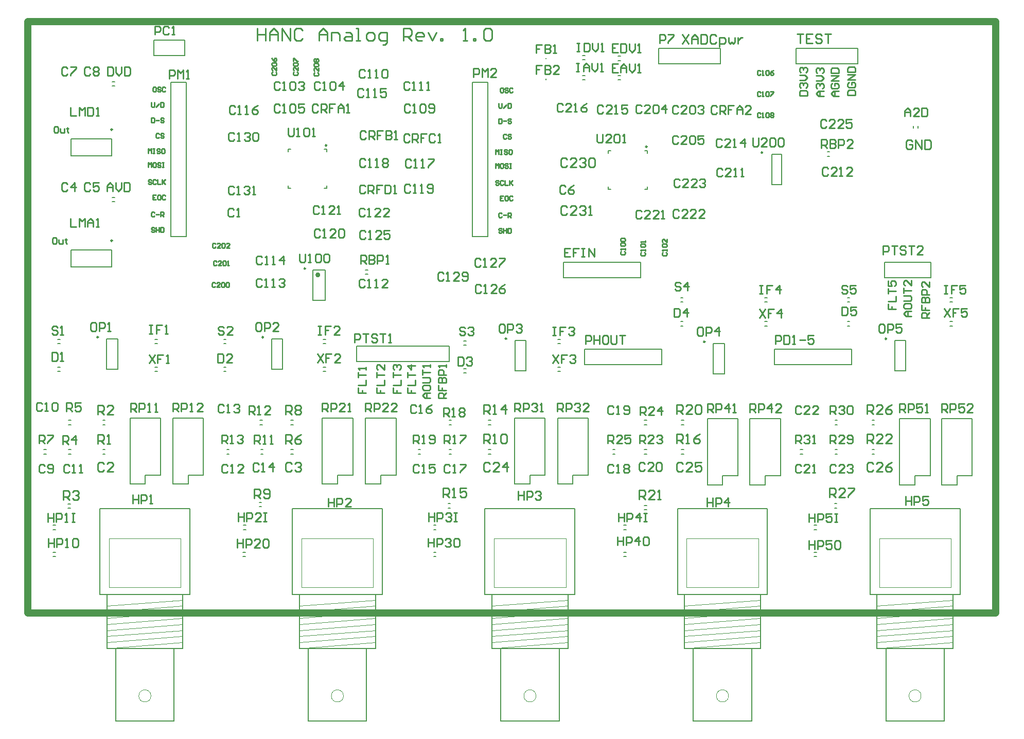
<source format=gto>
G04 Layer_Color=65535*
%FSLAX25Y25*%
%MOIN*%
G70*
G01*
G75*
%ADD24C,0.01000*%
%ADD25C,0.04724*%
%ADD33C,0.00984*%
%ADD34C,0.00098*%
%ADD35C,0.01575*%
%ADD36C,0.00787*%
%ADD37C,0.00098*%
D24*
X268500Y414498D02*
Y409916D01*
X269416Y409000D01*
X271249D01*
X272165Y409916D01*
Y414498D01*
X273998Y409000D02*
X275831D01*
X274915D01*
Y414498D01*
X273998Y413582D01*
X278580D02*
X279496Y414498D01*
X281329D01*
X282246Y413582D01*
Y409916D01*
X281329Y409000D01*
X279496D01*
X278580Y409916D01*
Y413582D01*
X284078Y409000D02*
X285911D01*
X284995D01*
Y414498D01*
X284078Y413582D01*
X569400Y407998D02*
Y403416D01*
X570316Y402500D01*
X572149D01*
X573066Y403416D01*
Y407998D01*
X578564Y402500D02*
X574898D01*
X578564Y406166D01*
Y407082D01*
X577647Y407998D01*
X575815D01*
X574898Y407082D01*
X580396D02*
X581313Y407998D01*
X583146D01*
X584062Y407082D01*
Y403416D01*
X583146Y402500D01*
X581313D01*
X580396Y403416D01*
Y407082D01*
X585895D02*
X586811Y407998D01*
X588644D01*
X589560Y407082D01*
Y403416D01*
X588644Y402500D01*
X586811D01*
X585895Y403416D01*
Y407082D01*
X250313Y288298D02*
X248481D01*
X247564Y287382D01*
Y283716D01*
X248481Y282800D01*
X250313D01*
X251230Y283716D01*
Y287382D01*
X250313Y288298D01*
X253062Y282800D02*
Y288298D01*
X255811D01*
X256728Y287382D01*
Y285549D01*
X255811Y284633D01*
X253062D01*
X262226Y282800D02*
X258560D01*
X262226Y286466D01*
Y287382D01*
X261310Y288298D01*
X259477D01*
X258560Y287382D01*
X693594Y297498D02*
X697260Y292000D01*
Y297498D02*
X693594Y292000D01*
X702758Y297498D02*
X699093D01*
Y294749D01*
X700925D01*
X699093D01*
Y292000D01*
X708256Y297498D02*
X704591D01*
Y294749D01*
X706424Y295666D01*
X707340D01*
X708256Y294749D01*
Y292916D01*
X707340Y292000D01*
X705507D01*
X704591Y292916D01*
X574000Y296998D02*
X577666Y291500D01*
Y296998D02*
X574000Y291500D01*
X583164Y296998D02*
X579498D01*
Y294249D01*
X581331D01*
X579498D01*
Y291500D01*
X587746D02*
Y296998D01*
X584996Y294249D01*
X588662D01*
X440000Y267498D02*
X443665Y262000D01*
Y267498D02*
X440000Y262000D01*
X449164Y267498D02*
X445498D01*
Y264749D01*
X447331D01*
X445498D01*
Y262000D01*
X450996Y266582D02*
X451913Y267498D01*
X453746D01*
X454662Y266582D01*
Y265666D01*
X453746Y264749D01*
X452829D01*
X453746D01*
X454662Y263833D01*
Y262916D01*
X453746Y262000D01*
X451913D01*
X450996Y262916D01*
X287500Y267998D02*
X291165Y262500D01*
Y267998D02*
X287500Y262500D01*
X296664Y267998D02*
X292998D01*
Y265249D01*
X294831D01*
X292998D01*
Y262500D01*
X302162D02*
X298496D01*
X302162Y266165D01*
Y267082D01*
X301246Y267998D01*
X299413D01*
X298496Y267082D01*
X178500Y267498D02*
X182166Y262000D01*
Y267498D02*
X178500Y262000D01*
X187664Y267498D02*
X183998D01*
Y264749D01*
X185831D01*
X183998D01*
Y262000D01*
X189496D02*
X191329D01*
X190413D01*
Y267498D01*
X189496Y266582D01*
X630713Y311582D02*
X629796Y312498D01*
X627964D01*
X627047Y311582D01*
Y310665D01*
X627964Y309749D01*
X629796D01*
X630713Y308833D01*
Y307916D01*
X629796Y307000D01*
X627964D01*
X627047Y307916D01*
X636211Y312498D02*
X632545D01*
Y309749D01*
X634378Y310665D01*
X635294D01*
X636211Y309749D01*
Y307916D01*
X635294Y307000D01*
X633462D01*
X632545Y307916D01*
X522713Y313582D02*
X521796Y314498D01*
X519964D01*
X519047Y313582D01*
Y312666D01*
X519964Y311749D01*
X521796D01*
X522713Y310833D01*
Y309916D01*
X521796Y309000D01*
X519964D01*
X519047Y309916D01*
X527294Y309000D02*
Y314498D01*
X524545Y311749D01*
X528211D01*
X383118Y284582D02*
X382202Y285498D01*
X380369D01*
X379453Y284582D01*
Y283665D01*
X380369Y282749D01*
X382202D01*
X383118Y281833D01*
Y280916D01*
X382202Y280000D01*
X380369D01*
X379453Y280916D01*
X384951Y284582D02*
X385867Y285498D01*
X387700D01*
X388616Y284582D01*
Y283665D01*
X387700Y282749D01*
X386784D01*
X387700D01*
X388616Y281833D01*
Y280916D01*
X387700Y280000D01*
X385867D01*
X384951Y280916D01*
X226866Y284882D02*
X225949Y285798D01*
X224116D01*
X223200Y284882D01*
Y283965D01*
X224116Y283049D01*
X225949D01*
X226866Y282133D01*
Y281216D01*
X225949Y280300D01*
X224116D01*
X223200Y281216D01*
X232364Y280300D02*
X228698D01*
X232364Y283965D01*
Y284882D01*
X231447Y285798D01*
X229615D01*
X228698Y284882D01*
X119166Y285082D02*
X118249Y285998D01*
X116416D01*
X115500Y285082D01*
Y284166D01*
X116416Y283249D01*
X118249D01*
X119166Y282333D01*
Y281416D01*
X118249Y280500D01*
X116416D01*
X115500Y281416D01*
X120998Y280500D02*
X122831D01*
X121915D01*
Y285998D01*
X120998Y285082D01*
X693547Y312498D02*
X695380D01*
X694464D01*
Y307000D01*
X693547D01*
X695380D01*
X701794Y312498D02*
X698129D01*
Y309749D01*
X699962D01*
X698129D01*
Y307000D01*
X707293Y312498D02*
X703627D01*
Y309749D01*
X705460Y310665D01*
X706376D01*
X707293Y309749D01*
Y307916D01*
X706376Y307000D01*
X704544D01*
X703627Y307916D01*
X574000Y312498D02*
X575833D01*
X574916D01*
Y307000D01*
X574000D01*
X575833D01*
X582247Y312498D02*
X578582D01*
Y309749D01*
X580415D01*
X578582D01*
Y307000D01*
X586829D02*
Y312498D01*
X584080Y309749D01*
X587746D01*
X440000Y285498D02*
X441833D01*
X440916D01*
Y280000D01*
X440000D01*
X441833D01*
X448247Y285498D02*
X444582D01*
Y282749D01*
X446415D01*
X444582D01*
Y280000D01*
X450080Y284582D02*
X450996Y285498D01*
X452829D01*
X453746Y284582D01*
Y283665D01*
X452829Y282749D01*
X451913D01*
X452829D01*
X453746Y281833D01*
Y280916D01*
X452829Y280000D01*
X450996D01*
X450080Y280916D01*
X288000Y285998D02*
X289833D01*
X288916D01*
Y280500D01*
X288000D01*
X289833D01*
X296247Y285998D02*
X292582D01*
Y283249D01*
X294415D01*
X292582D01*
Y280500D01*
X301746D02*
X298080D01*
X301746Y284166D01*
Y285082D01*
X300829Y285998D01*
X298996D01*
X298080Y285082D01*
X178600Y286598D02*
X180433D01*
X179516D01*
Y281100D01*
X178600D01*
X180433D01*
X186847Y286598D02*
X183182D01*
Y283849D01*
X185015D01*
X183182D01*
Y281100D01*
X188680D02*
X190513D01*
X189596D01*
Y286598D01*
X188680Y285682D01*
X627200Y298498D02*
Y293000D01*
X629949D01*
X630865Y293916D01*
Y297582D01*
X629949Y298498D01*
X627200D01*
X636364D02*
X632698D01*
Y295749D01*
X634531Y296666D01*
X635447D01*
X636364Y295749D01*
Y293916D01*
X635447Y293000D01*
X633615D01*
X632698Y293916D01*
X518547Y297498D02*
Y292000D01*
X521296D01*
X522213Y292916D01*
Y296582D01*
X521296Y297498D01*
X518547D01*
X526794Y292000D02*
Y297498D01*
X524045Y294749D01*
X527711D01*
X378453Y265998D02*
Y260500D01*
X381202D01*
X382118Y261416D01*
Y265082D01*
X381202Y265998D01*
X378453D01*
X383951Y265082D02*
X384867Y265998D01*
X386700D01*
X387616Y265082D01*
Y264165D01*
X386700Y263249D01*
X385784D01*
X386700D01*
X387616Y262333D01*
Y261416D01*
X386700Y260500D01*
X384867D01*
X383951Y261416D01*
X223000Y267998D02*
Y262500D01*
X225749D01*
X226665Y263416D01*
Y267082D01*
X225749Y267998D01*
X223000D01*
X232164Y262500D02*
X228498D01*
X232164Y266165D01*
Y267082D01*
X231247Y267998D01*
X229415D01*
X228498Y267082D01*
X115400Y268998D02*
Y263500D01*
X118149D01*
X119065Y264416D01*
Y268082D01*
X118149Y268998D01*
X115400D01*
X120898Y263500D02*
X122731D01*
X121815D01*
Y268998D01*
X120898Y268082D01*
X614000Y401500D02*
Y406998D01*
X616749D01*
X617665Y406082D01*
Y404249D01*
X616749Y403333D01*
X614000D01*
X615833D02*
X617665Y401500D01*
X619498Y406998D02*
Y401500D01*
X622247D01*
X623164Y402416D01*
Y403333D01*
X622247Y404249D01*
X619498D01*
X622247D01*
X623164Y405165D01*
Y406082D01*
X622247Y406998D01*
X619498D01*
X624996Y401500D02*
Y406998D01*
X627746D01*
X628662Y406082D01*
Y404249D01*
X627746Y403333D01*
X624996D01*
X634160Y401500D02*
X630495D01*
X634160Y405165D01*
Y406082D01*
X633244Y406998D01*
X631411D01*
X630495Y406082D01*
X315344Y326400D02*
Y331898D01*
X318093D01*
X319010Y330982D01*
Y329149D01*
X318093Y328233D01*
X315344D01*
X317177D02*
X319010Y326400D01*
X320842Y331898D02*
Y326400D01*
X323591D01*
X324508Y327316D01*
Y328233D01*
X323591Y329149D01*
X320842D01*
X323591D01*
X324508Y330065D01*
Y330982D01*
X323591Y331898D01*
X320842D01*
X326341Y326400D02*
Y331898D01*
X329090D01*
X330006Y330982D01*
Y329149D01*
X329090Y328233D01*
X326341D01*
X331839Y326400D02*
X333672D01*
X332755D01*
Y331898D01*
X331839Y330982D01*
X455500Y469498D02*
X457333D01*
X456416D01*
Y464000D01*
X455500D01*
X457333D01*
X460082Y469498D02*
Y464000D01*
X462831D01*
X463747Y464916D01*
Y468582D01*
X462831Y469498D01*
X460082D01*
X465580D02*
Y465833D01*
X467413Y464000D01*
X469246Y465833D01*
Y469498D01*
X471078Y464000D02*
X472911D01*
X471995D01*
Y469498D01*
X471078Y468582D01*
X455100Y456498D02*
X456933D01*
X456016D01*
Y451000D01*
X455100D01*
X456933D01*
X459682D02*
Y454666D01*
X461515Y456498D01*
X463347Y454666D01*
Y451000D01*
Y453749D01*
X459682D01*
X465180Y456498D02*
Y452833D01*
X467013Y451000D01*
X468846Y452833D01*
Y456498D01*
X470678Y451000D02*
X472511D01*
X471595D01*
Y456498D01*
X470678Y455582D01*
X606000Y146998D02*
Y141500D01*
Y144249D01*
X609665D01*
Y146998D01*
Y141500D01*
X611498D02*
Y146998D01*
X614247D01*
X615164Y146082D01*
Y144249D01*
X614247Y143333D01*
X611498D01*
X620662Y146998D02*
X616996D01*
Y144249D01*
X618829Y145166D01*
X619746D01*
X620662Y144249D01*
Y142416D01*
X619746Y141500D01*
X617913D01*
X616996Y142416D01*
X625244Y146998D02*
X623411D01*
X622495Y146082D01*
Y142416D01*
X623411Y141500D01*
X625244D01*
X626160Y142416D01*
Y146082D01*
X625244Y146998D01*
X606000Y164498D02*
Y159000D01*
Y161749D01*
X609666D01*
Y164498D01*
Y159000D01*
X611498D02*
Y164498D01*
X614247D01*
X615164Y163582D01*
Y161749D01*
X614247Y160833D01*
X611498D01*
X620662Y164498D02*
X616996D01*
Y161749D01*
X618829Y162665D01*
X619746D01*
X620662Y161749D01*
Y159916D01*
X619746Y159000D01*
X617913D01*
X616996Y159916D01*
X622495Y164498D02*
X624328D01*
X623411D01*
Y159000D01*
X622495D01*
X624328D01*
X481900Y149398D02*
Y143900D01*
Y146649D01*
X485566D01*
Y149398D01*
Y143900D01*
X487398D02*
Y149398D01*
X490147D01*
X491064Y148482D01*
Y146649D01*
X490147Y145733D01*
X487398D01*
X495646Y143900D02*
Y149398D01*
X492896Y146649D01*
X496562D01*
X501144Y149398D02*
X499311D01*
X498395Y148482D01*
Y144816D01*
X499311Y143900D01*
X501144D01*
X502060Y144816D01*
Y148482D01*
X501144Y149398D01*
X482400Y164798D02*
Y159300D01*
Y162049D01*
X486065D01*
Y164798D01*
Y159300D01*
X487898D02*
Y164798D01*
X490647D01*
X491564Y163882D01*
Y162049D01*
X490647Y161133D01*
X487898D01*
X496146Y159300D02*
Y164798D01*
X493396Y162049D01*
X497062D01*
X498895Y164798D02*
X500727D01*
X499811D01*
Y159300D01*
X498895D01*
X500727D01*
X359200Y148398D02*
Y142900D01*
Y145649D01*
X362865D01*
Y148398D01*
Y142900D01*
X364698D02*
Y148398D01*
X367447D01*
X368364Y147482D01*
Y145649D01*
X367447Y144733D01*
X364698D01*
X370196Y147482D02*
X371113Y148398D01*
X372946D01*
X373862Y147482D01*
Y146565D01*
X372946Y145649D01*
X372029D01*
X372946D01*
X373862Y144733D01*
Y143816D01*
X372946Y142900D01*
X371113D01*
X370196Y143816D01*
X378444Y148398D02*
X376611D01*
X375695Y147482D01*
Y143816D01*
X376611Y142900D01*
X378444D01*
X379360Y143816D01*
Y147482D01*
X378444Y148398D01*
X359500Y164998D02*
Y159500D01*
Y162249D01*
X363165D01*
Y164998D01*
Y159500D01*
X364998D02*
Y164998D01*
X367747D01*
X368664Y164082D01*
Y162249D01*
X367747Y161333D01*
X364998D01*
X370497Y164082D02*
X371413Y164998D01*
X373246D01*
X374162Y164082D01*
Y163165D01*
X373246Y162249D01*
X372329D01*
X373246D01*
X374162Y161333D01*
Y160416D01*
X373246Y159500D01*
X371413D01*
X370497Y160416D01*
X375995Y164998D02*
X377827D01*
X376911D01*
Y159500D01*
X375995D01*
X377827D01*
X235600Y147998D02*
Y142500D01*
Y145249D01*
X239265D01*
Y147998D01*
Y142500D01*
X241098D02*
Y147998D01*
X243847D01*
X244764Y147082D01*
Y145249D01*
X243847Y144333D01*
X241098D01*
X250262Y142500D02*
X246596D01*
X250262Y146166D01*
Y147082D01*
X249346Y147998D01*
X247513D01*
X246596Y147082D01*
X254844Y147998D02*
X253011D01*
X252095Y147082D01*
Y143416D01*
X253011Y142500D01*
X254844D01*
X255760Y143416D01*
Y147082D01*
X254844Y147998D01*
X236100Y164998D02*
Y159500D01*
Y162249D01*
X239766D01*
Y164998D01*
Y159500D01*
X241598D02*
Y164998D01*
X244347D01*
X245264Y164082D01*
Y162249D01*
X244347Y161333D01*
X241598D01*
X250762Y159500D02*
X247096D01*
X250762Y163165D01*
Y164082D01*
X249846Y164998D01*
X248013D01*
X247096Y164082D01*
X252595Y164998D02*
X254427D01*
X253511D01*
Y159500D01*
X252595D01*
X254427D01*
X113100Y148198D02*
Y142700D01*
Y145449D01*
X116765D01*
Y148198D01*
Y142700D01*
X118598D02*
Y148198D01*
X121347D01*
X122264Y147282D01*
Y145449D01*
X121347Y144533D01*
X118598D01*
X124096Y142700D02*
X125929D01*
X125013D01*
Y148198D01*
X124096Y147282D01*
X131427Y148198D02*
X129595D01*
X128678Y147282D01*
Y143616D01*
X129595Y142700D01*
X131427D01*
X132344Y143616D01*
Y147282D01*
X131427Y148198D01*
X112800Y164598D02*
Y159100D01*
Y161849D01*
X116465D01*
Y164598D01*
Y159100D01*
X118298D02*
Y164598D01*
X121047D01*
X121964Y163682D01*
Y161849D01*
X121047Y160933D01*
X118298D01*
X123796Y159100D02*
X125629D01*
X124713D01*
Y164598D01*
X123796Y163682D01*
X128378Y164598D02*
X130211D01*
X129295D01*
Y159100D01*
X128378D01*
X130211D01*
X482118Y468998D02*
X478453D01*
Y463500D01*
X482118D01*
X478453Y466249D02*
X480286D01*
X483951Y468998D02*
Y463500D01*
X486700D01*
X487616Y464416D01*
Y468082D01*
X486700Y468998D01*
X483951D01*
X489449D02*
Y465333D01*
X491282Y463500D01*
X493115Y465333D01*
Y468998D01*
X494947Y463500D02*
X496780D01*
X495864D01*
Y468998D01*
X494947Y468082D01*
X482165Y455998D02*
X478500D01*
Y450500D01*
X482165D01*
X478500Y453249D02*
X480333D01*
X483998Y450500D02*
Y454166D01*
X485831Y455998D01*
X487664Y454166D01*
Y450500D01*
Y453249D01*
X483998D01*
X489496Y455998D02*
Y452333D01*
X491329Y450500D01*
X493162Y452333D01*
Y455998D01*
X494995Y450500D02*
X496827D01*
X495911D01*
Y455998D01*
X494995Y455082D01*
X407849Y287298D02*
X406016D01*
X405100Y286382D01*
Y282716D01*
X406016Y281800D01*
X407849D01*
X408766Y282716D01*
Y286382D01*
X407849Y287298D01*
X410598Y281800D02*
Y287298D01*
X413347D01*
X414264Y286382D01*
Y284549D01*
X413347Y283633D01*
X410598D01*
X416096Y286382D02*
X417013Y287298D01*
X418846D01*
X419762Y286382D01*
Y285466D01*
X418846Y284549D01*
X417929D01*
X418846D01*
X419762Y283633D01*
Y282716D01*
X418846Y281800D01*
X417013D01*
X416096Y282716D01*
X536349Y285298D02*
X534516D01*
X533600Y284382D01*
Y280716D01*
X534516Y279800D01*
X536349D01*
X537265Y280716D01*
Y284382D01*
X536349Y285298D01*
X539098Y279800D02*
Y285298D01*
X541847D01*
X542764Y284382D01*
Y282549D01*
X541847Y281633D01*
X539098D01*
X547346Y279800D02*
Y285298D01*
X544596Y282549D01*
X548262D01*
X318600Y230600D02*
Y236098D01*
X321349D01*
X322266Y235182D01*
Y233349D01*
X321349Y232433D01*
X318600D01*
X320433D02*
X322266Y230600D01*
X324098D02*
Y236098D01*
X326847D01*
X327764Y235182D01*
Y233349D01*
X326847Y232433D01*
X324098D01*
X333262Y230600D02*
X329596D01*
X333262Y234265D01*
Y235182D01*
X332346Y236098D01*
X330513D01*
X329596Y235182D01*
X338760Y230600D02*
X335095D01*
X338760Y234265D01*
Y235182D01*
X337844Y236098D01*
X336011D01*
X335095Y235182D01*
X290600Y230600D02*
Y236098D01*
X293349D01*
X294266Y235182D01*
Y233349D01*
X293349Y232433D01*
X290600D01*
X292433D02*
X294266Y230600D01*
X296098D02*
Y236098D01*
X298847D01*
X299764Y235182D01*
Y233349D01*
X298847Y232433D01*
X296098D01*
X305262Y230600D02*
X301596D01*
X305262Y234265D01*
Y235182D01*
X304346Y236098D01*
X302513D01*
X301596Y235182D01*
X307095Y230600D02*
X308927D01*
X308011D01*
Y236098D01*
X307095Y235182D01*
X246600Y209800D02*
Y215298D01*
X249349D01*
X250266Y214382D01*
Y212549D01*
X249349Y211633D01*
X246600D01*
X248433D02*
X250266Y209800D01*
X252098D02*
X253931D01*
X253015D01*
Y215298D01*
X252098Y214382D01*
X256680Y209800D02*
X258513D01*
X257596D01*
Y215298D01*
X256680Y214382D01*
X243100Y228700D02*
Y234198D01*
X245849D01*
X246765Y233282D01*
Y231449D01*
X245849Y230533D01*
X243100D01*
X244933D02*
X246765Y228700D01*
X248598D02*
X250431D01*
X249515D01*
Y234198D01*
X248598Y233282D01*
X256846Y228700D02*
X253180D01*
X256846Y232365D01*
Y233282D01*
X255929Y234198D01*
X254096D01*
X253180Y233282D01*
X225500Y210000D02*
Y215498D01*
X228249D01*
X229166Y214582D01*
Y212749D01*
X228249Y211833D01*
X225500D01*
X227333D02*
X229166Y210000D01*
X230998D02*
X232831D01*
X231915D01*
Y215498D01*
X230998Y214582D01*
X235580D02*
X236496Y215498D01*
X238329D01*
X239246Y214582D01*
Y213666D01*
X238329Y212749D01*
X237413D01*
X238329D01*
X239246Y211833D01*
Y210916D01*
X238329Y210000D01*
X236496D01*
X235580Y210916D01*
X443000Y230600D02*
Y236098D01*
X445749D01*
X446665Y235182D01*
Y233349D01*
X445749Y232433D01*
X443000D01*
X444833D02*
X446665Y230600D01*
X448498D02*
Y236098D01*
X451247D01*
X452164Y235182D01*
Y233349D01*
X451247Y232433D01*
X448498D01*
X453996Y235182D02*
X454913Y236098D01*
X456746D01*
X457662Y235182D01*
Y234265D01*
X456746Y233349D01*
X455829D01*
X456746D01*
X457662Y232433D01*
Y231516D01*
X456746Y230600D01*
X454913D01*
X453996Y231516D01*
X463160Y230600D02*
X459495D01*
X463160Y234265D01*
Y235182D01*
X462244Y236098D01*
X460411D01*
X459495Y235182D01*
X415200Y230600D02*
Y236098D01*
X417949D01*
X418865Y235182D01*
Y233349D01*
X417949Y232433D01*
X415200D01*
X417033D02*
X418865Y230600D01*
X420698D02*
Y236098D01*
X423447D01*
X424364Y235182D01*
Y233349D01*
X423447Y232433D01*
X420698D01*
X426196Y235182D02*
X427113Y236098D01*
X428946D01*
X429862Y235182D01*
Y234265D01*
X428946Y233349D01*
X428029D01*
X428946D01*
X429862Y232433D01*
Y231516D01*
X428946Y230600D01*
X427113D01*
X426196Y231516D01*
X431695Y230600D02*
X433527D01*
X432611D01*
Y236098D01*
X431695Y235182D01*
X369600Y209900D02*
Y215398D01*
X372349D01*
X373266Y214482D01*
Y212649D01*
X372349Y211733D01*
X369600D01*
X371433D02*
X373266Y209900D01*
X375098D02*
X376931D01*
X376015D01*
Y215398D01*
X375098Y214482D01*
X379680Y215398D02*
X383346D01*
Y214482D01*
X379680Y210816D01*
Y209900D01*
X369100Y227500D02*
Y232998D01*
X371849D01*
X372765Y232082D01*
Y230249D01*
X371849Y229333D01*
X369100D01*
X370933D02*
X372765Y227500D01*
X374598D02*
X376431D01*
X375515D01*
Y232998D01*
X374598Y232082D01*
X379180D02*
X380096Y232998D01*
X381929D01*
X382846Y232082D01*
Y231166D01*
X381929Y230249D01*
X382846Y229333D01*
Y228416D01*
X381929Y227500D01*
X380096D01*
X379180Y228416D01*
Y229333D01*
X380096Y230249D01*
X379180Y231166D01*
Y232082D01*
X380096Y230249D02*
X381929D01*
X349600Y209900D02*
Y215398D01*
X352349D01*
X353266Y214482D01*
Y212649D01*
X352349Y211733D01*
X349600D01*
X351433D02*
X353266Y209900D01*
X355098D02*
X356931D01*
X356015D01*
Y215398D01*
X355098Y214482D01*
X359680Y210816D02*
X360596Y209900D01*
X362429D01*
X363346Y210816D01*
Y214482D01*
X362429Y215398D01*
X360596D01*
X359680Y214482D01*
Y213565D01*
X360596Y212649D01*
X363346D01*
X567600Y230100D02*
Y235598D01*
X570349D01*
X571266Y234682D01*
Y232849D01*
X570349Y231933D01*
X567600D01*
X569433D02*
X571266Y230100D01*
X573098D02*
Y235598D01*
X575847D01*
X576764Y234682D01*
Y232849D01*
X575847Y231933D01*
X573098D01*
X581346Y230100D02*
Y235598D01*
X578596Y232849D01*
X582262D01*
X587760Y230100D02*
X584095D01*
X587760Y233766D01*
Y234682D01*
X586844Y235598D01*
X585011D01*
X584095Y234682D01*
X540100Y230100D02*
Y235598D01*
X542849D01*
X543765Y234682D01*
Y232849D01*
X542849Y231933D01*
X540100D01*
X541933D02*
X543765Y230100D01*
X545598D02*
Y235598D01*
X548347D01*
X549264Y234682D01*
Y232849D01*
X548347Y231933D01*
X545598D01*
X553846Y230100D02*
Y235598D01*
X551096Y232849D01*
X554762D01*
X556595Y230100D02*
X558427D01*
X557511D01*
Y235598D01*
X556595Y234682D01*
X496100Y209900D02*
Y215398D01*
X498849D01*
X499765Y214482D01*
Y212649D01*
X498849Y211733D01*
X496100D01*
X497933D02*
X499765Y209900D01*
X505264D02*
X501598D01*
X505264Y213565D01*
Y214482D01*
X504347Y215398D01*
X502515D01*
X501598Y214482D01*
X507096D02*
X508013Y215398D01*
X509846D01*
X510762Y214482D01*
Y213565D01*
X509846Y212649D01*
X508929D01*
X509846D01*
X510762Y211733D01*
Y210816D01*
X509846Y209900D01*
X508013D01*
X507096Y210816D01*
X496500Y228200D02*
Y233698D01*
X499249D01*
X500166Y232782D01*
Y230949D01*
X499249Y230033D01*
X496500D01*
X498333D02*
X500166Y228200D01*
X505664D02*
X501998D01*
X505664Y231866D01*
Y232782D01*
X504747Y233698D01*
X502915D01*
X501998Y232782D01*
X510246Y228200D02*
Y233698D01*
X507496Y230949D01*
X511162D01*
X475600Y209900D02*
Y215398D01*
X478349D01*
X479265Y214482D01*
Y212649D01*
X478349Y211733D01*
X475600D01*
X477433D02*
X479265Y209900D01*
X484764D02*
X481098D01*
X484764Y213565D01*
Y214482D01*
X483847Y215398D01*
X482015D01*
X481098Y214482D01*
X490262Y215398D02*
X486596D01*
Y212649D01*
X488429Y213565D01*
X489346D01*
X490262Y212649D01*
Y210816D01*
X489346Y209900D01*
X487513D01*
X486596Y210816D01*
X691800Y230100D02*
Y235598D01*
X694549D01*
X695466Y234682D01*
Y232849D01*
X694549Y231933D01*
X691800D01*
X693633D02*
X695466Y230100D01*
X697298D02*
Y235598D01*
X700047D01*
X700964Y234682D01*
Y232849D01*
X700047Y231933D01*
X697298D01*
X706462Y235598D02*
X702796D01*
Y232849D01*
X704629Y233766D01*
X705546D01*
X706462Y232849D01*
Y231016D01*
X705546Y230100D01*
X703713D01*
X702796Y231016D01*
X711960Y230100D02*
X708295D01*
X711960Y233766D01*
Y234682D01*
X711044Y235598D01*
X709211D01*
X708295Y234682D01*
X664600Y230100D02*
Y235598D01*
X667349D01*
X668265Y234682D01*
Y232849D01*
X667349Y231933D01*
X664600D01*
X666433D02*
X668265Y230100D01*
X670098D02*
Y235598D01*
X672847D01*
X673764Y234682D01*
Y232849D01*
X672847Y231933D01*
X670098D01*
X679262Y235598D02*
X675596D01*
Y232849D01*
X677429Y233766D01*
X678346D01*
X679262Y232849D01*
Y231016D01*
X678346Y230100D01*
X676513D01*
X675596Y231016D01*
X681095Y230100D02*
X682927D01*
X682011D01*
Y235598D01*
X681095Y234682D01*
X619553Y209900D02*
Y215398D01*
X622302D01*
X623218Y214482D01*
Y212649D01*
X622302Y211733D01*
X619553D01*
X621385D02*
X623218Y209900D01*
X628717D02*
X625051D01*
X628717Y213565D01*
Y214482D01*
X627800Y215398D01*
X625967D01*
X625051Y214482D01*
X630549Y210816D02*
X631466Y209900D01*
X633298D01*
X634215Y210816D01*
Y214482D01*
X633298Y215398D01*
X631466D01*
X630549Y214482D01*
Y213565D01*
X631466Y212649D01*
X634215D01*
X619600Y228900D02*
Y234398D01*
X622349D01*
X623266Y233482D01*
Y231649D01*
X622349Y230733D01*
X619600D01*
X621433D02*
X623266Y228900D01*
X625098Y233482D02*
X626015Y234398D01*
X627847D01*
X628764Y233482D01*
Y232565D01*
X627847Y231649D01*
X626931D01*
X627847D01*
X628764Y230733D01*
Y229816D01*
X627847Y228900D01*
X626015D01*
X625098Y229816D01*
X630596Y233482D02*
X631513Y234398D01*
X633346D01*
X634262Y233482D01*
Y229816D01*
X633346Y228900D01*
X631513D01*
X630596Y229816D01*
Y233482D01*
X597100Y209900D02*
Y215398D01*
X599849D01*
X600765Y214482D01*
Y212649D01*
X599849Y211733D01*
X597100D01*
X598933D02*
X600765Y209900D01*
X602598Y214482D02*
X603514Y215398D01*
X605347D01*
X606264Y214482D01*
Y213565D01*
X605347Y212649D01*
X604431D01*
X605347D01*
X606264Y211733D01*
Y210816D01*
X605347Y209900D01*
X603514D01*
X602598Y210816D01*
X608096Y209900D02*
X609929D01*
X609013D01*
Y215398D01*
X608096Y214482D01*
X229265Y195482D02*
X228349Y196398D01*
X226516D01*
X225600Y195482D01*
Y191816D01*
X226516Y190900D01*
X228349D01*
X229265Y191816D01*
X231098Y190900D02*
X232931D01*
X232015D01*
Y196398D01*
X231098Y195482D01*
X239346Y190900D02*
X235680D01*
X239346Y194565D01*
Y195482D01*
X238429Y196398D01*
X236596D01*
X235680Y195482D01*
X226866Y234482D02*
X225949Y235398D01*
X224116D01*
X223200Y234482D01*
Y230816D01*
X224116Y229900D01*
X225949D01*
X226866Y230816D01*
X228698Y229900D02*
X230531D01*
X229615D01*
Y235398D01*
X228698Y234482D01*
X233280D02*
X234196Y235398D01*
X236029D01*
X236946Y234482D01*
Y233565D01*
X236029Y232649D01*
X235113D01*
X236029D01*
X236946Y231733D01*
Y230816D01*
X236029Y229900D01*
X234196D01*
X233280Y230816D01*
X249365Y196382D02*
X248449Y197298D01*
X246616D01*
X245700Y196382D01*
Y192716D01*
X246616Y191800D01*
X248449D01*
X249365Y192716D01*
X251198Y191800D02*
X253031D01*
X252115D01*
Y197298D01*
X251198Y196382D01*
X258529Y191800D02*
Y197298D01*
X255780Y194549D01*
X259446D01*
X353266Y195482D02*
X352349Y196398D01*
X350516D01*
X349600Y195482D01*
Y191816D01*
X350516Y190900D01*
X352349D01*
X353266Y191816D01*
X355098Y190900D02*
X356931D01*
X356015D01*
Y196398D01*
X355098Y195482D01*
X363346Y196398D02*
X359680D01*
Y193649D01*
X361513Y194565D01*
X362429D01*
X363346Y193649D01*
Y191816D01*
X362429Y190900D01*
X360596D01*
X359680Y191816D01*
X351365Y234182D02*
X350449Y235098D01*
X348616D01*
X347700Y234182D01*
Y230516D01*
X348616Y229600D01*
X350449D01*
X351365Y230516D01*
X353198Y229600D02*
X355031D01*
X354115D01*
Y235098D01*
X353198Y234182D01*
X361446Y235098D02*
X359613Y234182D01*
X357780Y232349D01*
Y230516D01*
X358696Y229600D01*
X360529D01*
X361446Y230516D01*
Y231433D01*
X360529Y232349D01*
X357780D01*
X373266Y195482D02*
X372349Y196398D01*
X370516D01*
X369600Y195482D01*
Y191816D01*
X370516Y190900D01*
X372349D01*
X373266Y191816D01*
X375098Y190900D02*
X376931D01*
X376015D01*
Y196398D01*
X375098Y195482D01*
X379680Y196398D02*
X383346D01*
Y195482D01*
X379680Y191816D01*
Y190900D01*
X479265Y195482D02*
X478349Y196398D01*
X476516D01*
X475600Y195482D01*
Y191816D01*
X476516Y190900D01*
X478349D01*
X479265Y191816D01*
X481098Y190900D02*
X482931D01*
X482015D01*
Y196398D01*
X481098Y195482D01*
X485680D02*
X486596Y196398D01*
X488429D01*
X489346Y195482D01*
Y194565D01*
X488429Y193649D01*
X489346Y192733D01*
Y191816D01*
X488429Y190900D01*
X486596D01*
X485680Y191816D01*
Y192733D01*
X486596Y193649D01*
X485680Y194565D01*
Y195482D01*
X486596Y193649D02*
X488429D01*
X479265Y233482D02*
X478349Y234398D01*
X476516D01*
X475600Y233482D01*
Y229816D01*
X476516Y228900D01*
X478349D01*
X479265Y229816D01*
X481098Y228900D02*
X482931D01*
X482015D01*
Y234398D01*
X481098Y233482D01*
X485680Y229816D02*
X486596Y228900D01*
X488429D01*
X489346Y229816D01*
Y233482D01*
X488429Y234398D01*
X486596D01*
X485680Y233482D01*
Y232565D01*
X486596Y231649D01*
X489346D01*
X499566Y196682D02*
X498649Y197598D01*
X496816D01*
X495900Y196682D01*
Y193016D01*
X496816Y192100D01*
X498649D01*
X499566Y193016D01*
X505064Y192100D02*
X501398D01*
X505064Y195765D01*
Y196682D01*
X504147Y197598D01*
X502315D01*
X501398Y196682D01*
X506896D02*
X507813Y197598D01*
X509646D01*
X510562Y196682D01*
Y193016D01*
X509646Y192100D01*
X507813D01*
X506896Y193016D01*
Y196682D01*
X600766Y195482D02*
X599849Y196398D01*
X598016D01*
X597100Y195482D01*
Y191816D01*
X598016Y190900D01*
X599849D01*
X600766Y191816D01*
X606264Y190900D02*
X602598D01*
X606264Y194565D01*
Y195482D01*
X605347Y196398D01*
X603515D01*
X602598Y195482D01*
X608096Y190900D02*
X609929D01*
X609013D01*
Y196398D01*
X608096Y195482D01*
X600766Y233482D02*
X599849Y234398D01*
X598016D01*
X597100Y233482D01*
Y229816D01*
X598016Y228900D01*
X599849D01*
X600766Y229816D01*
X606264Y228900D02*
X602598D01*
X606264Y232565D01*
Y233482D01*
X605347Y234398D01*
X603515D01*
X602598Y233482D01*
X611762Y228900D02*
X608096D01*
X611762Y232565D01*
Y233482D01*
X610846Y234398D01*
X609013D01*
X608096Y233482D01*
X623266Y195482D02*
X622349Y196398D01*
X620516D01*
X619600Y195482D01*
Y191816D01*
X620516Y190900D01*
X622349D01*
X623266Y191816D01*
X628764Y190900D02*
X625098D01*
X628764Y194565D01*
Y195482D01*
X627847Y196398D01*
X626015D01*
X625098Y195482D01*
X630596D02*
X631513Y196398D01*
X633346D01*
X634262Y195482D01*
Y194565D01*
X633346Y193649D01*
X632429D01*
X633346D01*
X634262Y192733D01*
Y191816D01*
X633346Y190900D01*
X631513D01*
X630596Y191816D01*
X143349Y288298D02*
X141516D01*
X140600Y287382D01*
Y283716D01*
X141516Y282800D01*
X143349D01*
X144265Y283716D01*
Y287382D01*
X143349Y288298D01*
X146098Y282800D02*
Y288298D01*
X148847D01*
X149764Y287382D01*
Y285549D01*
X148847Y284633D01*
X146098D01*
X151596Y282800D02*
X153429D01*
X152513D01*
Y288298D01*
X151596Y287382D01*
X107100Y209900D02*
Y215398D01*
X109849D01*
X110766Y214482D01*
Y212649D01*
X109849Y211733D01*
X107100D01*
X108933D02*
X110766Y209900D01*
X112598Y215398D02*
X116264D01*
Y214482D01*
X112598Y210816D01*
Y209900D01*
X124900Y230700D02*
Y236198D01*
X127649D01*
X128566Y235282D01*
Y233449D01*
X127649Y232533D01*
X124900D01*
X126733D02*
X128566Y230700D01*
X134064Y236198D02*
X130398D01*
Y233449D01*
X132231Y234366D01*
X133147D01*
X134064Y233449D01*
Y231616D01*
X133147Y230700D01*
X131315D01*
X130398Y231616D01*
X122500Y209500D02*
Y214998D01*
X125249D01*
X126165Y214082D01*
Y212249D01*
X125249Y211333D01*
X122500D01*
X124333D02*
X126165Y209500D01*
X130747D02*
Y214998D01*
X127998Y212249D01*
X131664D01*
X193800Y230600D02*
Y236098D01*
X196549D01*
X197466Y235182D01*
Y233349D01*
X196549Y232433D01*
X193800D01*
X195633D02*
X197466Y230600D01*
X199298D02*
Y236098D01*
X202047D01*
X202964Y235182D01*
Y233349D01*
X202047Y232433D01*
X199298D01*
X204796Y230600D02*
X206629D01*
X205713D01*
Y236098D01*
X204796Y235182D01*
X213044Y230600D02*
X209378D01*
X213044Y234265D01*
Y235182D01*
X212127Y236098D01*
X210295D01*
X209378Y235182D01*
X166500Y230500D02*
Y235998D01*
X169249D01*
X170166Y235082D01*
Y233249D01*
X169249Y232333D01*
X166500D01*
X168333D02*
X170166Y230500D01*
X171998D02*
Y235998D01*
X174747D01*
X175664Y235082D01*
Y233249D01*
X174747Y232333D01*
X171998D01*
X177496Y230500D02*
X179329D01*
X178413D01*
Y235998D01*
X177496Y235082D01*
X182078Y230500D02*
X183911D01*
X182995D01*
Y235998D01*
X182078Y235082D01*
X126766Y195482D02*
X125849Y196398D01*
X124016D01*
X123100Y195482D01*
Y191816D01*
X124016Y190900D01*
X125849D01*
X126766Y191816D01*
X128598Y190900D02*
X130431D01*
X129515D01*
Y196398D01*
X128598Y195482D01*
X133180Y190900D02*
X135013D01*
X134096D01*
Y196398D01*
X133180Y195482D01*
X109065Y235582D02*
X108149Y236498D01*
X106316D01*
X105400Y235582D01*
Y231916D01*
X106316Y231000D01*
X108149D01*
X109065Y231916D01*
X110898Y231000D02*
X112731D01*
X111815D01*
Y236498D01*
X110898Y235582D01*
X115480D02*
X116396Y236498D01*
X118229D01*
X119146Y235582D01*
Y231916D01*
X118229Y231000D01*
X116396D01*
X115480Y231916D01*
Y235582D01*
X110766Y195482D02*
X109849Y196398D01*
X108016D01*
X107100Y195482D01*
Y191816D01*
X108016Y190900D01*
X109849D01*
X110766Y191816D01*
X112598D02*
X113515Y190900D01*
X115347D01*
X116264Y191816D01*
Y195482D01*
X115347Y196398D01*
X113515D01*
X112598Y195482D01*
Y194565D01*
X113515Y193649D01*
X116264D01*
X182100Y474900D02*
Y480398D01*
X184849D01*
X185766Y479482D01*
Y477649D01*
X184849Y476733D01*
X182100D01*
X191264Y479482D02*
X190347Y480398D01*
X188515D01*
X187598Y479482D01*
Y475816D01*
X188515Y474900D01*
X190347D01*
X191264Y475816D01*
X193096Y474900D02*
X194929D01*
X194013D01*
Y480398D01*
X193096Y479482D01*
X191500Y446500D02*
Y451998D01*
X194249D01*
X195166Y451082D01*
Y449249D01*
X194249Y448333D01*
X191500D01*
X196998Y446500D02*
Y451998D01*
X198831Y450166D01*
X200664Y451998D01*
Y446500D01*
X202496D02*
X204329D01*
X203413D01*
Y451998D01*
X202496Y451082D01*
X388600Y447400D02*
Y452898D01*
X391349D01*
X392266Y451982D01*
Y450149D01*
X391349Y449233D01*
X388600D01*
X394098Y447400D02*
Y452898D01*
X395931Y451065D01*
X397764Y452898D01*
Y447400D01*
X403262D02*
X399596D01*
X403262Y451065D01*
Y451982D01*
X402346Y452898D01*
X400513D01*
X399596Y451982D01*
X233265Y361482D02*
X232349Y362398D01*
X230516D01*
X229600Y361482D01*
Y357816D01*
X230516Y356900D01*
X232349D01*
X233265Y357816D01*
X235098Y356900D02*
X236931D01*
X236015D01*
Y362398D01*
X235098Y361482D01*
X125527Y377982D02*
X124611Y378898D01*
X122778D01*
X121862Y377982D01*
Y374316D01*
X122778Y373400D01*
X124611D01*
X125527Y374316D01*
X130109Y373400D02*
Y378898D01*
X127360Y376149D01*
X131026D01*
X140277Y377982D02*
X139361Y378898D01*
X137528D01*
X136612Y377982D01*
Y374316D01*
X137528Y373400D01*
X139361D01*
X140277Y374316D01*
X145775Y378898D02*
X142110D01*
Y376149D01*
X143943Y377065D01*
X144859D01*
X145775Y376149D01*
Y374316D01*
X144859Y373400D01*
X143026D01*
X142110Y374316D01*
X448166Y376332D02*
X447249Y377248D01*
X445416D01*
X444500Y376332D01*
Y372666D01*
X445416Y371750D01*
X447249D01*
X448166Y372666D01*
X453664Y377248D02*
X451831Y376332D01*
X449998Y374499D01*
Y372666D01*
X450915Y371750D01*
X452747D01*
X453664Y372666D01*
Y373583D01*
X452747Y374499D01*
X449998D01*
X484201Y334399D02*
X483701Y333899D01*
Y332900D01*
X484201Y332400D01*
X486200D01*
X486700Y332900D01*
Y333899D01*
X486200Y334399D01*
X486700Y335399D02*
Y336399D01*
Y335899D01*
X483701D01*
X484201Y335399D01*
Y337898D02*
X483701Y338398D01*
Y339398D01*
X484201Y339897D01*
X486200D01*
X486700Y339398D01*
Y338398D01*
X486200Y337898D01*
X484201D01*
Y340897D02*
X483701Y341397D01*
Y342397D01*
X484201Y342896D01*
X486200D01*
X486700Y342397D01*
Y341397D01*
X486200Y340897D01*
X484201D01*
X511301Y333799D02*
X510801Y333299D01*
Y332300D01*
X511301Y331800D01*
X513300D01*
X513800Y332300D01*
Y333299D01*
X513300Y333799D01*
X513800Y334799D02*
Y335799D01*
Y335299D01*
X510801D01*
X511301Y334799D01*
Y337298D02*
X510801Y337798D01*
Y338798D01*
X511301Y339298D01*
X513300D01*
X513800Y338798D01*
Y337798D01*
X513300Y337298D01*
X511301D01*
X513800Y342297D02*
Y340297D01*
X511801Y342297D01*
X511301D01*
X510801Y341797D01*
Y340797D01*
X511301Y340297D01*
X263165Y443582D02*
X262249Y444498D01*
X260416D01*
X259500Y443582D01*
Y439916D01*
X260416Y439000D01*
X262249D01*
X263165Y439916D01*
X264998Y439000D02*
X266831D01*
X265915D01*
Y444498D01*
X264998Y443582D01*
X269580D02*
X270496Y444498D01*
X272329D01*
X273246Y443582D01*
Y439916D01*
X272329Y439000D01*
X270496D01*
X269580Y439916D01*
Y443582D01*
X275078D02*
X275995Y444498D01*
X277827D01*
X278744Y443582D01*
Y442665D01*
X277827Y441749D01*
X276911D01*
X277827D01*
X278744Y440833D01*
Y439916D01*
X277827Y439000D01*
X275995D01*
X275078Y439916D01*
X289165Y443582D02*
X288249Y444498D01*
X286416D01*
X285500Y443582D01*
Y439916D01*
X286416Y439000D01*
X288249D01*
X289165Y439916D01*
X290998Y439000D02*
X292831D01*
X291915D01*
Y444498D01*
X290998Y443582D01*
X295580D02*
X296496Y444498D01*
X298329D01*
X299246Y443582D01*
Y439916D01*
X298329Y439000D01*
X296496D01*
X295580Y439916D01*
Y443582D01*
X303827Y439000D02*
Y444498D01*
X301078Y441749D01*
X304744D01*
X263165Y429082D02*
X262249Y429998D01*
X260416D01*
X259500Y429082D01*
Y425416D01*
X260416Y424500D01*
X262249D01*
X263165Y425416D01*
X264998Y424500D02*
X266831D01*
X265915D01*
Y429998D01*
X264998Y429082D01*
X269580D02*
X270496Y429998D01*
X272329D01*
X273246Y429082D01*
Y425416D01*
X272329Y424500D01*
X270496D01*
X269580Y425416D01*
Y429082D01*
X278744Y429998D02*
X275078D01*
Y427249D01*
X276911Y428165D01*
X277827D01*
X278744Y427249D01*
Y425416D01*
X277827Y424500D01*
X275995D01*
X275078Y425416D01*
X574499Y451299D02*
X573999Y451799D01*
X573000D01*
X572500Y451299D01*
Y449300D01*
X573000Y448800D01*
X573999D01*
X574499Y449300D01*
X575499Y448800D02*
X576499D01*
X575999D01*
Y451799D01*
X575499Y451299D01*
X577998D02*
X578498Y451799D01*
X579497D01*
X579997Y451299D01*
Y449300D01*
X579497Y448800D01*
X578498D01*
X577998Y449300D01*
Y451299D01*
X582996Y451799D02*
X581997Y451299D01*
X580997Y450300D01*
Y449300D01*
X581497Y448800D01*
X582497D01*
X582996Y449300D01*
Y449800D01*
X582497Y450300D01*
X580997D01*
X574499Y437499D02*
X574000Y437999D01*
X573000D01*
X572500Y437499D01*
Y435500D01*
X573000Y435000D01*
X574000D01*
X574499Y435500D01*
X575499Y435000D02*
X576499D01*
X575999D01*
Y437999D01*
X575499Y437499D01*
X577998D02*
X578498Y437999D01*
X579498D01*
X579998Y437499D01*
Y435500D01*
X579498Y435000D01*
X578498D01*
X577998Y435500D01*
Y437499D01*
X580997Y437999D02*
X582997D01*
Y437499D01*
X580997Y435500D01*
Y435000D01*
X574499Y423699D02*
X573999Y424199D01*
X573000D01*
X572500Y423699D01*
Y421700D01*
X573000Y421200D01*
X573999D01*
X574499Y421700D01*
X575499Y421200D02*
X576499D01*
X575999D01*
Y424199D01*
X575499Y423699D01*
X577998D02*
X578498Y424199D01*
X579497D01*
X579997Y423699D01*
Y421700D01*
X579497Y421200D01*
X578498D01*
X577998Y421700D01*
Y423699D01*
X580997D02*
X581497Y424199D01*
X582497D01*
X582996Y423699D01*
Y423199D01*
X582497Y422699D01*
X582996Y422200D01*
Y421700D01*
X582497Y421200D01*
X581497D01*
X580997Y421700D01*
Y422200D01*
X581497Y422699D01*
X580997Y423199D01*
Y423699D01*
X581497Y422699D02*
X582497D01*
X347465Y429082D02*
X346549Y429998D01*
X344716D01*
X343800Y429082D01*
Y425416D01*
X344716Y424500D01*
X346549D01*
X347465Y425416D01*
X349298Y424500D02*
X351131D01*
X350215D01*
Y429998D01*
X349298Y429082D01*
X353880D02*
X354796Y429998D01*
X356629D01*
X357546Y429082D01*
Y425416D01*
X356629Y424500D01*
X354796D01*
X353880Y425416D01*
Y429082D01*
X359378Y425416D02*
X360295Y424500D01*
X362127D01*
X363044Y425416D01*
Y429082D01*
X362127Y429998D01*
X360295D01*
X359378Y429082D01*
Y428165D01*
X360295Y427249D01*
X363044D01*
X318266Y451482D02*
X317349Y452398D01*
X315516D01*
X314600Y451482D01*
Y447816D01*
X315516Y446900D01*
X317349D01*
X318266Y447816D01*
X320098Y446900D02*
X321931D01*
X321015D01*
Y452398D01*
X320098Y451482D01*
X324680Y446900D02*
X326513D01*
X325596D01*
Y452398D01*
X324680Y451482D01*
X329262D02*
X330178Y452398D01*
X332011D01*
X332927Y451482D01*
Y447816D01*
X332011Y446900D01*
X330178D01*
X329262Y447816D01*
Y451482D01*
X347165Y443582D02*
X346249Y444498D01*
X344416D01*
X343500Y443582D01*
Y439916D01*
X344416Y439000D01*
X346249D01*
X347165Y439916D01*
X348998Y439000D02*
X350831D01*
X349915D01*
Y444498D01*
X348998Y443582D01*
X353580Y439000D02*
X355413D01*
X354496D01*
Y444498D01*
X353580Y443582D01*
X358162Y439000D02*
X359995D01*
X359078D01*
Y444498D01*
X358162Y443582D01*
X318165Y315582D02*
X317249Y316498D01*
X315416D01*
X314500Y315582D01*
Y311916D01*
X315416Y311000D01*
X317249D01*
X318165Y311916D01*
X319998Y311000D02*
X321831D01*
X320915D01*
Y316498D01*
X319998Y315582D01*
X324580Y311000D02*
X326413D01*
X325496D01*
Y316498D01*
X324580Y315582D01*
X332827Y311000D02*
X329162D01*
X332827Y314666D01*
Y315582D01*
X331911Y316498D01*
X330078D01*
X329162Y315582D01*
X251466Y315882D02*
X250549Y316798D01*
X248716D01*
X247800Y315882D01*
Y312216D01*
X248716Y311300D01*
X250549D01*
X251466Y312216D01*
X253298Y311300D02*
X255131D01*
X254215D01*
Y316798D01*
X253298Y315882D01*
X257880Y311300D02*
X259713D01*
X258796D01*
Y316798D01*
X257880Y315882D01*
X262462D02*
X263378Y316798D01*
X265211D01*
X266127Y315882D01*
Y314966D01*
X265211Y314049D01*
X264295D01*
X265211D01*
X266127Y313133D01*
Y312216D01*
X265211Y311300D01*
X263378D01*
X262462Y312216D01*
X251665Y330582D02*
X250749Y331498D01*
X248916D01*
X248000Y330582D01*
Y326916D01*
X248916Y326000D01*
X250749D01*
X251665Y326916D01*
X253498Y326000D02*
X255331D01*
X254415D01*
Y331498D01*
X253498Y330582D01*
X258080Y326000D02*
X259913D01*
X258996D01*
Y331498D01*
X258080Y330582D01*
X265411Y326000D02*
Y331498D01*
X262662Y328749D01*
X266327D01*
X317266Y439082D02*
X316349Y439998D01*
X314516D01*
X313600Y439082D01*
Y435416D01*
X314516Y434500D01*
X316349D01*
X317266Y435416D01*
X319098Y434500D02*
X320931D01*
X320015D01*
Y439998D01*
X319098Y439082D01*
X323680Y434500D02*
X325513D01*
X324596D01*
Y439998D01*
X323680Y439082D01*
X331927Y439998D02*
X328262D01*
Y437249D01*
X330095Y438166D01*
X331011D01*
X331927Y437249D01*
Y435416D01*
X331011Y434500D01*
X329178D01*
X328262Y435416D01*
X234166Y428082D02*
X233249Y428998D01*
X231416D01*
X230500Y428082D01*
Y424416D01*
X231416Y423500D01*
X233249D01*
X234166Y424416D01*
X235998Y423500D02*
X237831D01*
X236915D01*
Y428998D01*
X235998Y428082D01*
X240580Y423500D02*
X242413D01*
X241496D01*
Y428998D01*
X240580Y428082D01*
X248827Y428998D02*
X246995Y428082D01*
X245162Y426249D01*
Y424416D01*
X246078Y423500D01*
X247911D01*
X248827Y424416D01*
Y425333D01*
X247911Y426249D01*
X245162D01*
X348165Y393415D02*
X347249Y394332D01*
X345416D01*
X344500Y393415D01*
Y389750D01*
X345416Y388833D01*
X347249D01*
X348165Y389750D01*
X349998Y388833D02*
X351831D01*
X350915D01*
Y394332D01*
X349998Y393415D01*
X354580Y388833D02*
X356413D01*
X355496D01*
Y394332D01*
X354580Y393415D01*
X359162Y394332D02*
X362827D01*
Y393415D01*
X359162Y389750D01*
Y388833D01*
X318566Y393682D02*
X317649Y394598D01*
X315816D01*
X314900Y393682D01*
Y390016D01*
X315816Y389100D01*
X317649D01*
X318566Y390016D01*
X320398Y389100D02*
X322231D01*
X321315D01*
Y394598D01*
X320398Y393682D01*
X324980Y389100D02*
X326813D01*
X325896D01*
Y394598D01*
X324980Y393682D01*
X329562D02*
X330478Y394598D01*
X332311D01*
X333227Y393682D01*
Y392765D01*
X332311Y391849D01*
X333227Y390933D01*
Y390016D01*
X332311Y389100D01*
X330478D01*
X329562Y390016D01*
Y390933D01*
X330478Y391849D01*
X329562Y392765D01*
Y393682D01*
X330478Y391849D02*
X332311D01*
X347666Y377082D02*
X346749Y377998D01*
X344916D01*
X344000Y377082D01*
Y373416D01*
X344916Y372500D01*
X346749D01*
X347666Y373416D01*
X349498Y372500D02*
X351331D01*
X350415D01*
Y377998D01*
X349498Y377082D01*
X354080Y372500D02*
X355913D01*
X354996D01*
Y377998D01*
X354080Y377082D01*
X358662Y373416D02*
X359578Y372500D01*
X361411D01*
X362327Y373416D01*
Y377082D01*
X361411Y377998D01*
X359578D01*
X358662Y377082D01*
Y376166D01*
X359578Y375249D01*
X362327D01*
X289165Y348082D02*
X288249Y348998D01*
X286416D01*
X285500Y348082D01*
Y344416D01*
X286416Y343500D01*
X288249D01*
X289165Y344416D01*
X290998Y343500D02*
X292831D01*
X291915D01*
Y348998D01*
X290998Y348082D01*
X299246Y343500D02*
X295580D01*
X299246Y347165D01*
Y348082D01*
X298329Y348998D01*
X296496D01*
X295580Y348082D01*
X301078D02*
X301995Y348998D01*
X303827D01*
X304744Y348082D01*
Y344416D01*
X303827Y343500D01*
X301995D01*
X301078Y344416D01*
Y348082D01*
X288366Y363182D02*
X287449Y364098D01*
X285616D01*
X284700Y363182D01*
Y359516D01*
X285616Y358600D01*
X287449D01*
X288366Y359516D01*
X290198Y358600D02*
X292031D01*
X291115D01*
Y364098D01*
X290198Y363182D01*
X298446Y358600D02*
X294780D01*
X298446Y362265D01*
Y363182D01*
X297529Y364098D01*
X295696D01*
X294780Y363182D01*
X300278Y358600D02*
X302111D01*
X301195D01*
Y364098D01*
X300278Y363182D01*
X318154Y361582D02*
X317237Y362498D01*
X315405D01*
X314488Y361582D01*
Y357916D01*
X315405Y357000D01*
X317237D01*
X318154Y357916D01*
X319986Y357000D02*
X321819D01*
X320903D01*
Y362498D01*
X319986Y361582D01*
X328234Y357000D02*
X324568D01*
X328234Y360665D01*
Y361582D01*
X327317Y362498D01*
X325485D01*
X324568Y361582D01*
X333732Y357000D02*
X330066D01*
X333732Y360665D01*
Y361582D01*
X332816Y362498D01*
X330983D01*
X330066Y361582D01*
X318666Y347082D02*
X317749Y347998D01*
X315916D01*
X315000Y347082D01*
Y343416D01*
X315916Y342500D01*
X317749D01*
X318666Y343416D01*
X320498Y342500D02*
X322331D01*
X321415D01*
Y347998D01*
X320498Y347082D01*
X328746Y342500D02*
X325080D01*
X328746Y346165D01*
Y347082D01*
X327829Y347998D01*
X325996D01*
X325080Y347082D01*
X334244Y347998D02*
X330578D01*
Y345249D01*
X332411Y346165D01*
X333327D01*
X334244Y345249D01*
Y343416D01*
X333327Y342500D01*
X331495D01*
X330578Y343416D01*
X393421Y312082D02*
X392505Y312998D01*
X390672D01*
X389756Y312082D01*
Y308416D01*
X390672Y307500D01*
X392505D01*
X393421Y308416D01*
X395254Y307500D02*
X397087D01*
X396170D01*
Y312998D01*
X395254Y312082D01*
X403502Y307500D02*
X399836D01*
X403502Y311165D01*
Y312082D01*
X402585Y312998D01*
X400752D01*
X399836Y312082D01*
X409000Y312998D02*
X407167Y312082D01*
X405334Y310249D01*
Y308416D01*
X406251Y307500D01*
X408083D01*
X409000Y308416D01*
Y309333D01*
X408083Y310249D01*
X405334D01*
X393165Y329082D02*
X392249Y329998D01*
X390416D01*
X389500Y329082D01*
Y325416D01*
X390416Y324500D01*
X392249D01*
X393165Y325416D01*
X394998Y324500D02*
X396831D01*
X395915D01*
Y329998D01*
X394998Y329082D01*
X403246Y324500D02*
X399580D01*
X403246Y328166D01*
Y329082D01*
X402329Y329998D01*
X400496D01*
X399580Y329082D01*
X405078Y329998D02*
X408744D01*
Y329082D01*
X405078Y325416D01*
Y324500D01*
X369165Y320082D02*
X368249Y320998D01*
X366416D01*
X365500Y320082D01*
Y316416D01*
X366416Y315500D01*
X368249D01*
X369165Y316416D01*
X370998Y315500D02*
X372831D01*
X371915D01*
Y320998D01*
X370998Y320082D01*
X379246Y315500D02*
X375580D01*
X379246Y319165D01*
Y320082D01*
X378329Y320998D01*
X376496D01*
X375580Y320082D01*
X381078Y316416D02*
X381995Y315500D01*
X383827D01*
X384744Y316416D01*
Y320082D01*
X383827Y320998D01*
X381995D01*
X381078Y320082D01*
Y319165D01*
X381995Y318249D01*
X384744D01*
X221199Y313699D02*
X220700Y314199D01*
X219700D01*
X219200Y313699D01*
Y311700D01*
X219700Y311200D01*
X220700D01*
X221199Y311700D01*
X224198Y311200D02*
X222199D01*
X224198Y313199D01*
Y313699D01*
X223698Y314199D01*
X222699D01*
X222199Y313699D01*
X225198D02*
X225698Y314199D01*
X226698D01*
X227197Y313699D01*
Y311700D01*
X226698Y311200D01*
X225698D01*
X225198Y311700D01*
Y313699D01*
X228197D02*
X228697Y314199D01*
X229697D01*
X230196Y313699D01*
Y311700D01*
X229697Y311200D01*
X228697D01*
X228197Y311700D01*
Y313699D01*
X222099Y327699D02*
X221600Y328199D01*
X220600D01*
X220100Y327699D01*
Y325700D01*
X220600Y325200D01*
X221600D01*
X222099Y325700D01*
X225098Y325200D02*
X223099D01*
X225098Y327199D01*
Y327699D01*
X224599Y328199D01*
X223599D01*
X223099Y327699D01*
X226098D02*
X226598Y328199D01*
X227598D01*
X228097Y327699D01*
Y325700D01*
X227598Y325200D01*
X226598D01*
X226098Y325700D01*
Y327699D01*
X229097Y325200D02*
X230097D01*
X229597D01*
Y328199D01*
X229097Y327699D01*
X221499Y339299D02*
X221000Y339799D01*
X220000D01*
X219500Y339299D01*
Y337300D01*
X220000Y336800D01*
X221000D01*
X221499Y337300D01*
X224498Y336800D02*
X222499D01*
X224498Y338799D01*
Y339299D01*
X223998Y339799D01*
X222999D01*
X222499Y339299D01*
X225498D02*
X225998Y339799D01*
X226998D01*
X227497Y339299D01*
Y337300D01*
X226998Y336800D01*
X225998D01*
X225498Y337300D01*
Y339299D01*
X230496Y336800D02*
X228497D01*
X230496Y338799D01*
Y339299D01*
X229997Y339799D01*
X228997D01*
X228497Y339299D01*
X521166Y428182D02*
X520249Y429098D01*
X518416D01*
X517500Y428182D01*
Y424516D01*
X518416Y423600D01*
X520249D01*
X521166Y424516D01*
X526664Y423600D02*
X522998D01*
X526664Y427266D01*
Y428182D01*
X525747Y429098D01*
X523915D01*
X522998Y428182D01*
X528496D02*
X529413Y429098D01*
X531246D01*
X532162Y428182D01*
Y424516D01*
X531246Y423600D01*
X529413D01*
X528496Y424516D01*
Y428182D01*
X533995D02*
X534911Y429098D01*
X536744D01*
X537660Y428182D01*
Y427266D01*
X536744Y426349D01*
X535827D01*
X536744D01*
X537660Y425433D01*
Y424516D01*
X536744Y423600D01*
X534911D01*
X533995Y424516D01*
X497361Y428582D02*
X496445Y429498D01*
X494612D01*
X493695Y428582D01*
Y424916D01*
X494612Y424000D01*
X496445D01*
X497361Y424916D01*
X502859Y424000D02*
X499194D01*
X502859Y427665D01*
Y428582D01*
X501943Y429498D01*
X500110D01*
X499194Y428582D01*
X504692D02*
X505608Y429498D01*
X507441D01*
X508357Y428582D01*
Y424916D01*
X507441Y424000D01*
X505608D01*
X504692Y424916D01*
Y428582D01*
X512939Y424000D02*
Y429498D01*
X510190Y426749D01*
X513856D01*
X521166Y408582D02*
X520249Y409498D01*
X518416D01*
X517500Y408582D01*
Y404916D01*
X518416Y404000D01*
X520249D01*
X521166Y404916D01*
X526664Y404000D02*
X522998D01*
X526664Y407665D01*
Y408582D01*
X525747Y409498D01*
X523915D01*
X522998Y408582D01*
X528496D02*
X529413Y409498D01*
X531246D01*
X532162Y408582D01*
Y404916D01*
X531246Y404000D01*
X529413D01*
X528496Y404916D01*
Y408582D01*
X537660Y409498D02*
X533995D01*
Y406749D01*
X535827Y407665D01*
X536744D01*
X537660Y406749D01*
Y404916D01*
X536744Y404000D01*
X534911D01*
X533995Y404916D01*
X258501Y450799D02*
X258001Y450300D01*
Y449300D01*
X258501Y448800D01*
X260500D01*
X261000Y449300D01*
Y450300D01*
X260500Y450799D01*
X261000Y453798D02*
Y451799D01*
X259001Y453798D01*
X258501D01*
X258001Y453299D01*
Y452299D01*
X258501Y451799D01*
Y454798D02*
X258001Y455298D01*
Y456298D01*
X258501Y456797D01*
X260500D01*
X261000Y456298D01*
Y455298D01*
X260500Y454798D01*
X258501D01*
X258001Y459796D02*
X258501Y458797D01*
X259501Y457797D01*
X260500D01*
X261000Y458297D01*
Y459297D01*
X260500Y459796D01*
X260000D01*
X259501Y459297D01*
Y457797D01*
X272301Y450799D02*
X271801Y450300D01*
Y449300D01*
X272301Y448800D01*
X274300D01*
X274800Y449300D01*
Y450300D01*
X274300Y450799D01*
X274800Y453798D02*
Y451799D01*
X272801Y453798D01*
X272301D01*
X271801Y453299D01*
Y452299D01*
X272301Y451799D01*
Y454798D02*
X271801Y455298D01*
Y456298D01*
X272301Y456797D01*
X274300D01*
X274800Y456298D01*
Y455298D01*
X274300Y454798D01*
X272301D01*
X271801Y457797D02*
Y459796D01*
X272301D01*
X274300Y457797D01*
X274800D01*
X285601Y450299D02*
X285101Y449799D01*
Y448800D01*
X285601Y448300D01*
X287600D01*
X288100Y448800D01*
Y449799D01*
X287600Y450299D01*
X288100Y453298D02*
Y451299D01*
X286101Y453298D01*
X285601D01*
X285101Y452799D01*
Y451799D01*
X285601Y451299D01*
Y454298D02*
X285101Y454798D01*
Y455798D01*
X285601Y456297D01*
X287600D01*
X288100Y455798D01*
Y454798D01*
X287600Y454298D01*
X285601D01*
Y457297D02*
X285101Y457797D01*
Y458797D01*
X285601Y459296D01*
X286101D01*
X286600Y458797D01*
X287100Y459296D01*
X287600D01*
X288100Y458797D01*
Y457797D01*
X287600Y457297D01*
X287100D01*
X286600Y457797D01*
X286101Y457297D01*
X285601D01*
X286600Y457797D02*
Y458797D01*
X549765Y387482D02*
X548849Y388398D01*
X547016D01*
X546100Y387482D01*
Y383816D01*
X547016Y382900D01*
X548849D01*
X549765Y383816D01*
X555264Y382900D02*
X551598D01*
X555264Y386565D01*
Y387482D01*
X554347Y388398D01*
X552515D01*
X551598Y387482D01*
X557096Y382900D02*
X558929D01*
X558013D01*
Y388398D01*
X557096Y387482D01*
X561678Y382900D02*
X563511D01*
X562595D01*
Y388398D01*
X561678Y387482D01*
X618265Y387982D02*
X617349Y388898D01*
X615516D01*
X614600Y387982D01*
Y384316D01*
X615516Y383400D01*
X617349D01*
X618265Y384316D01*
X623764Y383400D02*
X620098D01*
X623764Y387066D01*
Y387982D01*
X622847Y388898D01*
X621015D01*
X620098Y387982D01*
X625596Y383400D02*
X627429D01*
X626513D01*
Y388898D01*
X625596Y387982D01*
X633844Y383400D02*
X630178D01*
X633844Y387066D01*
Y387982D01*
X632927Y388898D01*
X631095D01*
X630178Y387982D01*
X549410Y406582D02*
X548493Y407498D01*
X546661D01*
X545744Y406582D01*
Y402916D01*
X546661Y402000D01*
X548493D01*
X549410Y402916D01*
X554908Y402000D02*
X551242D01*
X554908Y405665D01*
Y406582D01*
X553991Y407498D01*
X552159D01*
X551242Y406582D01*
X556741Y402000D02*
X558573D01*
X557657D01*
Y407498D01*
X556741Y406582D01*
X564072Y402000D02*
Y407498D01*
X561322Y404749D01*
X564988D01*
X472566Y428282D02*
X471649Y429198D01*
X469816D01*
X468900Y428282D01*
Y424616D01*
X469816Y423700D01*
X471649D01*
X472566Y424616D01*
X478064Y423700D02*
X474398D01*
X478064Y427365D01*
Y428282D01*
X477147Y429198D01*
X475315D01*
X474398Y428282D01*
X479896Y423700D02*
X481729D01*
X480813D01*
Y429198D01*
X479896Y428282D01*
X488144Y429198D02*
X484478D01*
Y426449D01*
X486311Y427365D01*
X487227D01*
X488144Y426449D01*
Y424616D01*
X487227Y423700D01*
X485395D01*
X484478Y424616D01*
X446365Y429482D02*
X445449Y430398D01*
X443616D01*
X442700Y429482D01*
Y425816D01*
X443616Y424900D01*
X445449D01*
X446365Y425816D01*
X451864Y424900D02*
X448198D01*
X451864Y428566D01*
Y429482D01*
X450947Y430398D01*
X449115D01*
X448198Y429482D01*
X453696Y424900D02*
X455529D01*
X454613D01*
Y430398D01*
X453696Y429482D01*
X461944Y430398D02*
X460111Y429482D01*
X458278Y427649D01*
Y425816D01*
X459195Y424900D01*
X461027D01*
X461944Y425816D01*
Y426733D01*
X461027Y427649D01*
X458278D01*
X497361Y360272D02*
X496445Y361189D01*
X494612D01*
X493695Y360272D01*
Y356607D01*
X494612Y355691D01*
X496445D01*
X497361Y356607D01*
X502859Y355691D02*
X499194D01*
X502859Y359356D01*
Y360272D01*
X501943Y361189D01*
X500110D01*
X499194Y360272D01*
X508357Y355691D02*
X504692D01*
X508357Y359356D01*
Y360272D01*
X507441Y361189D01*
X505608D01*
X504692Y360272D01*
X510190Y355691D02*
X512023D01*
X511106D01*
Y361189D01*
X510190Y360272D01*
X521665Y360772D02*
X520749Y361689D01*
X518916D01*
X518000Y360772D01*
Y357107D01*
X518916Y356191D01*
X520749D01*
X521665Y357107D01*
X527164Y356191D02*
X523498D01*
X527164Y359856D01*
Y360772D01*
X526247Y361689D01*
X524415D01*
X523498Y360772D01*
X532662Y356191D02*
X528996D01*
X532662Y359856D01*
Y360772D01*
X531746Y361689D01*
X529913D01*
X528996Y360772D01*
X538160Y356191D02*
X534495D01*
X538160Y359856D01*
Y360772D01*
X537244Y361689D01*
X535411D01*
X534495Y360772D01*
X522165Y380582D02*
X521249Y381498D01*
X519416D01*
X518500Y380582D01*
Y376916D01*
X519416Y376000D01*
X521249D01*
X522165Y376916D01*
X527664Y376000D02*
X523998D01*
X527664Y379665D01*
Y380582D01*
X526747Y381498D01*
X524915D01*
X523998Y380582D01*
X533162Y376000D02*
X529496D01*
X533162Y379665D01*
Y380582D01*
X532246Y381498D01*
X530413D01*
X529496Y380582D01*
X534995D02*
X535911Y381498D01*
X537744D01*
X538660Y380582D01*
Y379665D01*
X537744Y378749D01*
X536827D01*
X537744D01*
X538660Y377833D01*
Y376916D01*
X537744Y376000D01*
X535911D01*
X534995Y376916D01*
X617166Y419082D02*
X616249Y419998D01*
X614416D01*
X613500Y419082D01*
Y415416D01*
X614416Y414500D01*
X616249D01*
X617166Y415416D01*
X622664Y414500D02*
X618998D01*
X622664Y418165D01*
Y419082D01*
X621747Y419998D01*
X619915D01*
X618998Y419082D01*
X628162Y414500D02*
X624496D01*
X628162Y418165D01*
Y419082D01*
X627246Y419998D01*
X625413D01*
X624496Y419082D01*
X633660Y419998D02*
X629995D01*
Y417249D01*
X631827Y418165D01*
X632744D01*
X633660Y417249D01*
Y415416D01*
X632744Y414500D01*
X630911D01*
X629995Y415416D01*
X287865Y429082D02*
X286949Y429998D01*
X285116D01*
X284200Y429082D01*
Y425416D01*
X285116Y424500D01*
X286949D01*
X287865Y425416D01*
X289698Y424500D02*
Y429998D01*
X292447D01*
X293364Y429082D01*
Y427249D01*
X292447Y426333D01*
X289698D01*
X291531D02*
X293364Y424500D01*
X298862Y429998D02*
X295196D01*
Y427249D01*
X297029D01*
X295196D01*
Y424500D01*
X300695D02*
Y428165D01*
X302527Y429998D01*
X304360Y428165D01*
Y424500D01*
Y427249D01*
X300695D01*
X306193Y424500D02*
X308026D01*
X307109D01*
Y429998D01*
X306193Y429082D01*
X546266Y428082D02*
X545349Y428998D01*
X543516D01*
X542600Y428082D01*
Y424416D01*
X543516Y423500D01*
X545349D01*
X546266Y424416D01*
X548098Y423500D02*
Y428998D01*
X550847D01*
X551764Y428082D01*
Y426249D01*
X550847Y425333D01*
X548098D01*
X549931D02*
X551764Y423500D01*
X557262Y428998D02*
X553596D01*
Y426249D01*
X555429D01*
X553596D01*
Y423500D01*
X559095D02*
Y427166D01*
X560927Y428998D01*
X562760Y427166D01*
Y423500D01*
Y426249D01*
X559095D01*
X568258Y423500D02*
X564593D01*
X568258Y427166D01*
Y428082D01*
X567342Y428998D01*
X565509D01*
X564593Y428082D01*
X318865Y411682D02*
X317949Y412598D01*
X316116D01*
X315200Y411682D01*
Y408016D01*
X316116Y407100D01*
X317949D01*
X318865Y408016D01*
X320698Y407100D02*
Y412598D01*
X323447D01*
X324364Y411682D01*
Y409849D01*
X323447Y408933D01*
X320698D01*
X322531D02*
X324364Y407100D01*
X329862Y412598D02*
X326196D01*
Y409849D01*
X328029D01*
X326196D01*
Y407100D01*
X331695Y412598D02*
Y407100D01*
X334444D01*
X335360Y408016D01*
Y408933D01*
X334444Y409849D01*
X331695D01*
X334444D01*
X335360Y410766D01*
Y411682D01*
X334444Y412598D01*
X331695D01*
X337193Y407100D02*
X339026D01*
X338109D01*
Y412598D01*
X337193Y411682D01*
X347165Y409749D02*
X346249Y410665D01*
X344416D01*
X343500Y409749D01*
Y406083D01*
X344416Y405167D01*
X346249D01*
X347165Y406083D01*
X348998Y405167D02*
Y410665D01*
X351747D01*
X352664Y409749D01*
Y407916D01*
X351747Y406999D01*
X348998D01*
X350831D02*
X352664Y405167D01*
X358162Y410665D02*
X354496D01*
Y407916D01*
X356329D01*
X354496D01*
Y405167D01*
X363660Y409749D02*
X362744Y410665D01*
X360911D01*
X359995Y409749D01*
Y406083D01*
X360911Y405167D01*
X362744D01*
X363660Y406083D01*
X365493Y405167D02*
X367326D01*
X366409D01*
Y410665D01*
X365493Y409749D01*
X318410Y376582D02*
X317493Y377498D01*
X315661D01*
X314744Y376582D01*
Y372916D01*
X315661Y372000D01*
X317493D01*
X318410Y372916D01*
X320242Y372000D02*
Y377498D01*
X322991D01*
X323908Y376582D01*
Y374749D01*
X322991Y373833D01*
X320242D01*
X322075D02*
X323908Y372000D01*
X329406Y377498D02*
X325741D01*
Y374749D01*
X327573D01*
X325741D01*
Y372000D01*
X331239Y377498D02*
Y372000D01*
X333988D01*
X334904Y372916D01*
Y376582D01*
X333988Y377498D01*
X331239D01*
X336737Y372000D02*
X338570D01*
X337653D01*
Y377498D01*
X336737Y376582D01*
X432865Y454998D02*
X429200D01*
Y452249D01*
X431033D01*
X429200D01*
Y449500D01*
X434698Y454998D02*
Y449500D01*
X437447D01*
X438364Y450416D01*
Y451333D01*
X437447Y452249D01*
X434698D01*
X437447D01*
X438364Y453165D01*
Y454082D01*
X437447Y454998D01*
X434698D01*
X443862Y449500D02*
X440196D01*
X443862Y453165D01*
Y454082D01*
X442946Y454998D01*
X441113D01*
X440196Y454082D01*
X432966Y468498D02*
X429300D01*
Y465749D01*
X431133D01*
X429300D01*
Y463000D01*
X434798Y468498D02*
Y463000D01*
X437547D01*
X438464Y463916D01*
Y464833D01*
X437547Y465749D01*
X434798D01*
X437547D01*
X438464Y466666D01*
Y467582D01*
X437547Y468498D01*
X434798D01*
X440296Y463000D02*
X442129D01*
X441213D01*
Y468498D01*
X440296Y467582D01*
X167691Y176577D02*
Y171079D01*
Y173828D01*
X171356D01*
Y176577D01*
Y171079D01*
X173189D02*
Y176577D01*
X175938D01*
X176855Y175661D01*
Y173828D01*
X175938Y172912D01*
X173189D01*
X178687Y171079D02*
X180520D01*
X179604D01*
Y176577D01*
X178687Y175661D01*
X294492Y174498D02*
Y169000D01*
Y171749D01*
X298157D01*
Y174498D01*
Y169000D01*
X299990D02*
Y174498D01*
X302739D01*
X303655Y173582D01*
Y171749D01*
X302739Y170833D01*
X299990D01*
X309154Y169000D02*
X305488D01*
X309154Y172666D01*
Y173582D01*
X308237Y174498D01*
X306404D01*
X305488Y173582D01*
X417556Y178998D02*
Y173500D01*
Y176249D01*
X421222D01*
Y178998D01*
Y173500D01*
X423054D02*
Y178998D01*
X425803D01*
X426720Y178082D01*
Y176249D01*
X425803Y175333D01*
X423054D01*
X428553Y178082D02*
X429469Y178998D01*
X431302D01*
X432218Y178082D01*
Y177165D01*
X431302Y176249D01*
X430385D01*
X431302D01*
X432218Y175333D01*
Y174416D01*
X431302Y173500D01*
X429469D01*
X428553Y174416D01*
X539857Y174577D02*
Y169079D01*
Y171828D01*
X543522D01*
Y174577D01*
Y169079D01*
X545355D02*
Y174577D01*
X548104D01*
X549020Y173661D01*
Y171828D01*
X548104Y170912D01*
X545355D01*
X553602Y169079D02*
Y174577D01*
X550853Y171828D01*
X554519D01*
X668421Y175577D02*
Y170079D01*
Y172828D01*
X672087D01*
Y175577D01*
Y170079D01*
X673919D02*
Y175577D01*
X676669D01*
X677585Y174661D01*
Y172828D01*
X676669Y171912D01*
X673919D01*
X683083Y175577D02*
X679418D01*
Y172828D01*
X681250Y173744D01*
X682167D01*
X683083Y172828D01*
Y170995D01*
X682167Y170079D01*
X680334D01*
X679418Y170995D01*
X127600Y355798D02*
Y350300D01*
X131265D01*
X133098D02*
Y355798D01*
X134931Y353965D01*
X136764Y355798D01*
Y350300D01*
X138596D02*
Y353965D01*
X140429Y355798D01*
X142262Y353965D01*
Y350300D01*
Y353049D01*
X138596D01*
X144095Y350300D02*
X145927D01*
X145011D01*
Y355798D01*
X144095Y354882D01*
X509100Y469400D02*
Y474898D01*
X511849D01*
X512766Y473982D01*
Y472149D01*
X511849Y471233D01*
X509100D01*
X514598Y474898D02*
X518264D01*
Y473982D01*
X514598Y470316D01*
Y469400D01*
X584100Y274400D02*
Y279898D01*
X586849D01*
X587766Y278982D01*
Y277149D01*
X586849Y276233D01*
X584100D01*
X589598Y279898D02*
Y274400D01*
X592347D01*
X593264Y275316D01*
Y278982D01*
X592347Y279898D01*
X589598D01*
X595096Y274400D02*
X596929D01*
X596013D01*
Y279898D01*
X595096Y278982D01*
X599678Y277149D02*
X603344D01*
X608842Y279898D02*
X605176D01*
Y277149D01*
X607009Y278065D01*
X607926D01*
X608842Y277149D01*
Y275316D01*
X607926Y274400D01*
X606093D01*
X605176Y275316D01*
X311500Y275500D02*
Y280998D01*
X314249D01*
X315165Y280082D01*
Y278249D01*
X314249Y277333D01*
X311500D01*
X316998Y280998D02*
X320664D01*
X318831D01*
Y275500D01*
X326162Y280082D02*
X325246Y280998D01*
X323413D01*
X322496Y280082D01*
Y279166D01*
X323413Y278249D01*
X325246D01*
X326162Y277333D01*
Y276416D01*
X325246Y275500D01*
X323413D01*
X322496Y276416D01*
X327995Y280998D02*
X331660D01*
X329827D01*
Y275500D01*
X333493D02*
X335326D01*
X334409D01*
Y280998D01*
X333493Y280082D01*
X461100Y274400D02*
Y279898D01*
X463849D01*
X464766Y278982D01*
Y277149D01*
X463849Y276233D01*
X461100D01*
X466598Y279898D02*
Y274400D01*
Y277149D01*
X470264D01*
Y279898D01*
Y274400D01*
X474846Y279898D02*
X473013D01*
X472096Y278982D01*
Y275316D01*
X473013Y274400D01*
X474846D01*
X475762Y275316D01*
Y278982D01*
X474846Y279898D01*
X477595D02*
Y275316D01*
X478511Y274400D01*
X480344D01*
X481260Y275316D01*
Y279898D01*
X483093D02*
X486758D01*
X484926D01*
Y274400D01*
X451265Y336398D02*
X447600D01*
Y330900D01*
X451265D01*
X447600Y333649D02*
X449433D01*
X456764Y336398D02*
X453098D01*
Y333649D01*
X454931D01*
X453098D01*
Y330900D01*
X458596Y336398D02*
X460429D01*
X459513D01*
Y330900D01*
X458596D01*
X460429D01*
X463178D02*
Y336398D01*
X466844Y330900D01*
Y336398D01*
X654000Y332500D02*
Y337998D01*
X656749D01*
X657665Y337082D01*
Y335249D01*
X656749Y334333D01*
X654000D01*
X659498Y337998D02*
X663164D01*
X661331D01*
Y332500D01*
X668662Y337082D02*
X667746Y337998D01*
X665913D01*
X664996Y337082D01*
Y336165D01*
X665913Y335249D01*
X667746D01*
X668662Y334333D01*
Y333416D01*
X667746Y332500D01*
X665913D01*
X664996Y333416D01*
X670495Y337998D02*
X674160D01*
X672327D01*
Y332500D01*
X679658D02*
X675993D01*
X679658Y336165D01*
Y337082D01*
X678742Y337998D01*
X676909D01*
X675993Y337082D01*
X668000Y421900D02*
Y425565D01*
X669833Y427398D01*
X671665Y425565D01*
Y421900D01*
Y424649D01*
X668000D01*
X677164Y421900D02*
X673498D01*
X677164Y425565D01*
Y426482D01*
X676247Y427398D01*
X674415D01*
X673498Y426482D01*
X678996Y427398D02*
Y421900D01*
X681746D01*
X682662Y422816D01*
Y426482D01*
X681746Y427398D01*
X678996D01*
X151309Y373400D02*
Y377065D01*
X153142Y378898D01*
X154974Y377065D01*
Y373400D01*
Y376149D01*
X151309D01*
X156807Y378898D02*
Y375233D01*
X158640Y373400D01*
X160473Y375233D01*
Y378898D01*
X162305D02*
Y373400D01*
X165055D01*
X165971Y374316D01*
Y377982D01*
X165055Y378898D01*
X162305D01*
X276000Y332798D02*
Y328216D01*
X276916Y327300D01*
X278749D01*
X279665Y328216D01*
Y332798D01*
X281498Y327300D02*
X283331D01*
X282415D01*
Y332798D01*
X281498Y331882D01*
X286080D02*
X286996Y332798D01*
X288829D01*
X289746Y331882D01*
Y328216D01*
X288829Y327300D01*
X286996D01*
X286080Y328216D01*
Y331882D01*
X291578D02*
X292495Y332798D01*
X294327D01*
X295244Y331882D01*
Y328216D01*
X294327Y327300D01*
X292495D01*
X291578Y328216D01*
Y331882D01*
X468600Y410398D02*
Y405816D01*
X469516Y404900D01*
X471349D01*
X472265Y405816D01*
Y410398D01*
X477764Y404900D02*
X474098D01*
X477764Y408566D01*
Y409482D01*
X476847Y410398D01*
X475015D01*
X474098Y409482D01*
X479596D02*
X480513Y410398D01*
X482346D01*
X483262Y409482D01*
Y405816D01*
X482346Y404900D01*
X480513D01*
X479596Y405816D01*
Y409482D01*
X485095Y404900D02*
X486927D01*
X486011D01*
Y410398D01*
X485095Y409482D01*
X233665Y410582D02*
X232749Y411498D01*
X230916D01*
X230000Y410582D01*
Y406916D01*
X230916Y406000D01*
X232749D01*
X233665Y406916D01*
X235498Y406000D02*
X237331D01*
X236415D01*
Y411498D01*
X235498Y410582D01*
X240080D02*
X240996Y411498D01*
X242829D01*
X243746Y410582D01*
Y409665D01*
X242829Y408749D01*
X241913D01*
X242829D01*
X243746Y407833D01*
Y406916D01*
X242829Y406000D01*
X240996D01*
X240080Y406916D01*
X245578Y410582D02*
X246495Y411498D01*
X248327D01*
X249244Y410582D01*
Y406916D01*
X248327Y406000D01*
X246495D01*
X245578Y406916D01*
Y410582D01*
X233466Y375882D02*
X232549Y376798D01*
X230716D01*
X229800Y375882D01*
Y372216D01*
X230716Y371300D01*
X232549D01*
X233466Y372216D01*
X235298Y371300D02*
X237131D01*
X236215D01*
Y376798D01*
X235298Y375882D01*
X239880D02*
X240796Y376798D01*
X242629D01*
X243546Y375882D01*
Y374966D01*
X242629Y374049D01*
X241713D01*
X242629D01*
X243546Y373133D01*
Y372216D01*
X242629Y371300D01*
X240796D01*
X239880Y372216D01*
X245378Y371300D02*
X247211D01*
X246295D01*
Y376798D01*
X245378Y375882D01*
X125527Y452982D02*
X124611Y453898D01*
X122778D01*
X121862Y452982D01*
Y449316D01*
X122778Y448400D01*
X124611D01*
X125527Y449316D01*
X127360Y453898D02*
X131026D01*
Y452982D01*
X127360Y449316D01*
Y448400D01*
X140277Y452982D02*
X139361Y453898D01*
X137528D01*
X136612Y452982D01*
Y449316D01*
X137528Y448400D01*
X139361D01*
X140277Y449316D01*
X142110Y452982D02*
X143026Y453898D01*
X144859D01*
X145775Y452982D01*
Y452066D01*
X144859Y451149D01*
X145775Y450233D01*
Y449316D01*
X144859Y448400D01*
X143026D01*
X142110Y449316D01*
Y450233D01*
X143026Y451149D01*
X142110Y452066D01*
Y452982D01*
X143026Y451149D02*
X144859D01*
X127600Y427798D02*
Y422300D01*
X131265D01*
X133098D02*
Y427798D01*
X134931Y425965D01*
X136764Y427798D01*
Y422300D01*
X138596Y427798D02*
Y422300D01*
X141346D01*
X142262Y423216D01*
Y426882D01*
X141346Y427798D01*
X138596D01*
X144095Y422300D02*
X145927D01*
X145011D01*
Y427798D01*
X144095Y426882D01*
X151362Y453898D02*
Y448400D01*
X154111D01*
X155027Y449316D01*
Y452982D01*
X154111Y453898D01*
X151362D01*
X156860D02*
Y450233D01*
X158693Y448400D01*
X160526Y450233D01*
Y453898D01*
X162358D02*
Y448400D01*
X165107D01*
X166024Y449316D01*
Y452982D01*
X165107Y453898D01*
X162358D01*
X449098Y393898D02*
X448099Y394898D01*
X446100D01*
X445100Y393898D01*
Y389900D01*
X446100Y388900D01*
X448099D01*
X449098Y389900D01*
X455097Y388900D02*
X451098D01*
X455097Y392899D01*
Y393898D01*
X454097Y394898D01*
X452098D01*
X451098Y393898D01*
X457096D02*
X458096Y394898D01*
X460095D01*
X461095Y393898D01*
Y392899D01*
X460095Y391899D01*
X459095D01*
X460095D01*
X461095Y390899D01*
Y389900D01*
X460095Y388900D01*
X458096D01*
X457096Y389900D01*
X463094Y393898D02*
X464094Y394898D01*
X466093D01*
X467093Y393898D01*
Y389900D01*
X466093Y388900D01*
X464094D01*
X463094Y389900D01*
Y393898D01*
X449098Y362898D02*
X448099Y363898D01*
X446100D01*
X445100Y362898D01*
Y358900D01*
X446100Y357900D01*
X448099D01*
X449098Y358900D01*
X455097Y357900D02*
X451098D01*
X455097Y361899D01*
Y362898D01*
X454097Y363898D01*
X452098D01*
X451098Y362898D01*
X457096D02*
X458096Y363898D01*
X460095D01*
X461095Y362898D01*
Y361899D01*
X460095Y360899D01*
X459095D01*
X460095D01*
X461095Y359899D01*
Y358900D01*
X460095Y357900D01*
X458096D01*
X457096Y358900D01*
X463094Y357900D02*
X465093D01*
X464094D01*
Y363898D01*
X463094Y362898D01*
X598100Y475398D02*
X602099D01*
X600099D01*
Y469400D01*
X608097Y475398D02*
X604098D01*
Y469400D01*
X608097D01*
X604098Y472399D02*
X606097D01*
X614095Y474398D02*
X613095Y475398D01*
X611096D01*
X610096Y474398D01*
Y473399D01*
X611096Y472399D01*
X613095D01*
X614095Y471399D01*
Y470400D01*
X613095Y469400D01*
X611096D01*
X610096Y470400D01*
X616094Y475398D02*
X620093D01*
X618093D01*
Y469400D01*
X149286Y196798D02*
X148286Y197798D01*
X146287D01*
X145287Y196798D01*
Y192800D01*
X146287Y191800D01*
X148286D01*
X149286Y192800D01*
X155284Y191800D02*
X151286D01*
X155284Y195799D01*
Y196798D01*
X154285Y197798D01*
X152285D01*
X151286Y196798D01*
X270986D02*
X269987Y197798D01*
X267987D01*
X266987Y196798D01*
Y192800D01*
X267987Y191800D01*
X269987D01*
X270986Y192800D01*
X272986Y196798D02*
X273985Y197798D01*
X275985D01*
X276984Y196798D01*
Y195799D01*
X275985Y194799D01*
X274985D01*
X275985D01*
X276984Y193799D01*
Y192800D01*
X275985Y191800D01*
X273985D01*
X272986Y192800D01*
X399099Y196798D02*
X398099Y197798D01*
X396100D01*
X395100Y196798D01*
Y192800D01*
X396100Y191800D01*
X398099D01*
X399099Y192800D01*
X405097Y191800D02*
X401098D01*
X405097Y195799D01*
Y196798D01*
X404097Y197798D01*
X402098D01*
X401098Y196798D01*
X410095Y191800D02*
Y197798D01*
X407096Y194799D01*
X411095D01*
X524199Y196798D02*
X523199Y197798D01*
X521200D01*
X520200Y196798D01*
Y192800D01*
X521200Y191800D01*
X523199D01*
X524199Y192800D01*
X530197Y191800D02*
X526198D01*
X530197Y195799D01*
Y196798D01*
X529197Y197798D01*
X527198D01*
X526198Y196798D01*
X536195Y197798D02*
X532196D01*
Y194799D01*
X534196Y195799D01*
X535195D01*
X536195Y194799D01*
Y192800D01*
X535195Y191800D01*
X533196D01*
X532196Y192800D01*
X647599Y196798D02*
X646599Y197798D01*
X644600D01*
X643600Y196798D01*
Y192800D01*
X644600Y191800D01*
X646599D01*
X647599Y192800D01*
X653597Y191800D02*
X649598D01*
X653597Y195799D01*
Y196798D01*
X652597Y197798D01*
X650598D01*
X649598Y196798D01*
X659595Y197798D02*
X657595Y196798D01*
X655596Y194799D01*
Y192800D01*
X656596Y191800D01*
X658595D01*
X659595Y192800D01*
Y193799D01*
X658595Y194799D01*
X655596D01*
X145250Y209850D02*
Y215848D01*
X148249D01*
X149249Y214848D01*
Y212849D01*
X148249Y211849D01*
X145250D01*
X147249D02*
X149249Y209850D01*
X151248D02*
X153247D01*
X152248D01*
Y215848D01*
X151248Y214848D01*
X145250Y228850D02*
Y234848D01*
X148249D01*
X149249Y233848D01*
Y231849D01*
X148249Y230849D01*
X145250D01*
X147249D02*
X149249Y228850D01*
X155247D02*
X151248D01*
X155247Y232849D01*
Y233848D01*
X154247Y234848D01*
X152248D01*
X151248Y233848D01*
X122700Y173300D02*
Y179298D01*
X125699D01*
X126699Y178298D01*
Y176299D01*
X125699Y175299D01*
X122700D01*
X124699D02*
X126699Y173300D01*
X128698Y178298D02*
X129698Y179298D01*
X131697D01*
X132697Y178298D01*
Y177299D01*
X131697Y176299D01*
X130697D01*
X131697D01*
X132697Y175299D01*
Y174300D01*
X131697Y173300D01*
X129698D01*
X128698Y174300D01*
X266950Y209850D02*
Y215848D01*
X269949D01*
X270949Y214848D01*
Y212849D01*
X269949Y211849D01*
X266950D01*
X268949D02*
X270949Y209850D01*
X276947Y215848D02*
X274947Y214848D01*
X272948Y212849D01*
Y210850D01*
X273948Y209850D01*
X275947D01*
X276947Y210850D01*
Y211849D01*
X275947Y212849D01*
X272948D01*
X266950Y228850D02*
Y234848D01*
X269949D01*
X270949Y233848D01*
Y231849D01*
X269949Y230849D01*
X266950D01*
X268949D02*
X270949Y228850D01*
X272948Y233848D02*
X273948Y234848D01*
X275947D01*
X276947Y233848D01*
Y232849D01*
X275947Y231849D01*
X276947Y230849D01*
Y229850D01*
X275947Y228850D01*
X273948D01*
X272948Y229850D01*
Y230849D01*
X273948Y231849D01*
X272948Y232849D01*
Y233848D01*
X273948Y231849D02*
X275947D01*
X246500Y174500D02*
Y180498D01*
X249499D01*
X250499Y179498D01*
Y177499D01*
X249499Y176499D01*
X246500D01*
X248499D02*
X250499Y174500D01*
X252498Y175500D02*
X253498Y174500D01*
X255497D01*
X256497Y175500D01*
Y179498D01*
X255497Y180498D01*
X253498D01*
X252498Y179498D01*
Y178499D01*
X253498Y177499D01*
X256497D01*
X395113Y209900D02*
Y215898D01*
X398112D01*
X399111Y214898D01*
Y212899D01*
X398112Y211899D01*
X395113D01*
X397112D02*
X399111Y209900D01*
X401111D02*
X403110D01*
X402110D01*
Y215898D01*
X401111Y214898D01*
X406109D02*
X407109Y215898D01*
X409108D01*
X410108Y214898D01*
Y210900D01*
X409108Y209900D01*
X407109D01*
X406109Y210900D01*
Y214898D01*
X395113Y228900D02*
Y234898D01*
X398112D01*
X399111Y233898D01*
Y231899D01*
X398112Y230899D01*
X395113D01*
X397112D02*
X399111Y228900D01*
X401111D02*
X403110D01*
X402110D01*
Y234898D01*
X401111Y233898D01*
X409108Y228900D02*
Y234898D01*
X406109Y231899D01*
X410108D01*
X368900Y174900D02*
Y180898D01*
X371899D01*
X372899Y179898D01*
Y177899D01*
X371899Y176899D01*
X368900D01*
X370899D02*
X372899Y174900D01*
X374898D02*
X376897D01*
X375898D01*
Y180898D01*
X374898Y179898D01*
X383895Y180898D02*
X379896D01*
Y177899D01*
X381896Y178899D01*
X382895D01*
X383895Y177899D01*
Y175900D01*
X382895Y174900D01*
X380896D01*
X379896Y175900D01*
X520213Y209900D02*
Y215898D01*
X523212D01*
X524211Y214898D01*
Y212899D01*
X523212Y211899D01*
X520213D01*
X522212D02*
X524211Y209900D01*
X526211D02*
X528210D01*
X527210D01*
Y215898D01*
X526211Y214898D01*
X535208Y215898D02*
X533208Y214898D01*
X531209Y212899D01*
Y210900D01*
X532209Y209900D01*
X534208D01*
X535208Y210900D01*
Y211899D01*
X534208Y212899D01*
X531209D01*
X520213Y228900D02*
Y234898D01*
X523212D01*
X524211Y233898D01*
Y231899D01*
X523212Y230899D01*
X520213D01*
X522212D02*
X524211Y228900D01*
X530209D02*
X526211D01*
X530209Y232899D01*
Y233898D01*
X529210Y234898D01*
X527210D01*
X526211Y233898D01*
X532209D02*
X533208Y234898D01*
X535208D01*
X536207Y233898D01*
Y229900D01*
X535208Y228900D01*
X533208D01*
X532209Y229900D01*
Y233898D01*
X496000Y173800D02*
Y179798D01*
X498999D01*
X499999Y178798D01*
Y176799D01*
X498999Y175799D01*
X496000D01*
X497999D02*
X499999Y173800D01*
X505997D02*
X501998D01*
X505997Y177799D01*
Y178798D01*
X504997Y179798D01*
X502998D01*
X501998Y178798D01*
X507996Y173800D02*
X509996D01*
X508996D01*
Y179798D01*
X507996Y178798D01*
X643600Y209900D02*
Y215898D01*
X646599D01*
X647599Y214898D01*
Y212899D01*
X646599Y211899D01*
X643600D01*
X645599D02*
X647599Y209900D01*
X653597D02*
X649598D01*
X653597Y213899D01*
Y214898D01*
X652597Y215898D01*
X650598D01*
X649598Y214898D01*
X659595Y209900D02*
X655596D01*
X659595Y213899D01*
Y214898D01*
X658595Y215898D01*
X656596D01*
X655596Y214898D01*
X643613Y228900D02*
Y234898D01*
X646612D01*
X647611Y233898D01*
Y231899D01*
X646612Y230899D01*
X643613D01*
X645612D02*
X647611Y228900D01*
X653609D02*
X649611D01*
X653609Y232899D01*
Y233898D01*
X652610Y234898D01*
X650610D01*
X649611Y233898D01*
X659607Y234898D02*
X657608Y233898D01*
X655609Y231899D01*
Y229900D01*
X656608Y228900D01*
X658608D01*
X659607Y229900D01*
Y230899D01*
X658608Y231899D01*
X655609D01*
X619300Y174900D02*
Y180898D01*
X622299D01*
X623299Y179898D01*
Y177899D01*
X622299Y176899D01*
X619300D01*
X621299D02*
X623299Y174900D01*
X629297D02*
X625298D01*
X629297Y178899D01*
Y179898D01*
X628297Y180898D01*
X626298D01*
X625298Y179898D01*
X631296Y180898D02*
X635295D01*
Y179898D01*
X631296Y175900D01*
Y174900D01*
X653979Y287298D02*
X652146D01*
X651230Y286382D01*
Y282716D01*
X652146Y281800D01*
X653979D01*
X654895Y282716D01*
Y286382D01*
X653979Y287298D01*
X656728Y281800D02*
Y287298D01*
X659477D01*
X660394Y286382D01*
Y284549D01*
X659477Y283633D01*
X656728D01*
X665892Y287298D02*
X662226D01*
Y284549D01*
X664059Y285466D01*
X664976D01*
X665892Y284549D01*
Y282716D01*
X664976Y281800D01*
X663143D01*
X662226Y282716D01*
X497201Y333799D02*
X496701Y333299D01*
Y332300D01*
X497201Y331800D01*
X499200D01*
X499700Y332300D01*
Y333299D01*
X499200Y333799D01*
X499700Y334799D02*
Y335799D01*
Y335299D01*
X496701D01*
X497201Y334799D01*
Y337298D02*
X496701Y337798D01*
Y338798D01*
X497201Y339298D01*
X499200D01*
X499700Y338798D01*
Y337798D01*
X499200Y337298D01*
X497201D01*
X499700Y340297D02*
Y341297D01*
Y340797D01*
X496701D01*
X497201Y340297D01*
X248600Y478997D02*
Y471000D01*
Y474999D01*
X253932D01*
Y478997D01*
Y471000D01*
X256597D02*
Y476332D01*
X259263Y478997D01*
X261929Y476332D01*
Y471000D01*
Y474999D01*
X256597D01*
X264595Y471000D02*
Y478997D01*
X269926Y471000D01*
Y478997D01*
X277924Y477665D02*
X276591Y478997D01*
X273925D01*
X272592Y477665D01*
Y472333D01*
X273925Y471000D01*
X276591D01*
X277924Y472333D01*
X288587Y471000D02*
Y476332D01*
X291253Y478997D01*
X293919Y476332D01*
Y471000D01*
Y474999D01*
X288587D01*
X296585Y471000D02*
Y476332D01*
X300583D01*
X301916Y474999D01*
Y471000D01*
X305915Y476332D02*
X308581D01*
X309913Y474999D01*
Y471000D01*
X305915D01*
X304582Y472333D01*
X305915Y473666D01*
X309913D01*
X312579Y471000D02*
X315245D01*
X313912D01*
Y478997D01*
X312579D01*
X320577Y471000D02*
X323242D01*
X324575Y472333D01*
Y474999D01*
X323242Y476332D01*
X320577D01*
X319244Y474999D01*
Y472333D01*
X320577Y471000D01*
X329907Y468334D02*
X331240D01*
X332573Y469667D01*
Y476332D01*
X328574D01*
X327241Y474999D01*
Y472333D01*
X328574Y471000D01*
X332573D01*
X343236D02*
Y478997D01*
X347235D01*
X348568Y477665D01*
Y474999D01*
X347235Y473666D01*
X343236D01*
X345902D02*
X348568Y471000D01*
X355232D02*
X352566D01*
X351233Y472333D01*
Y474999D01*
X352566Y476332D01*
X355232D01*
X356565Y474999D01*
Y473666D01*
X351233D01*
X359231Y476332D02*
X361897Y471000D01*
X364562Y476332D01*
X367228Y471000D02*
Y472333D01*
X368561D01*
Y471000D01*
X367228D01*
X381890D02*
X384556D01*
X383223D01*
Y478997D01*
X381890Y477665D01*
X388555Y471000D02*
Y472333D01*
X389888D01*
Y471000D01*
X388555D01*
X395219Y477665D02*
X396552Y478997D01*
X399218D01*
X400551Y477665D01*
Y472333D01*
X399218Y471000D01*
X396552D01*
X395219Y472333D01*
Y477665D01*
X313902Y246132D02*
Y242800D01*
X316401D01*
Y244466D01*
Y242800D01*
X318900D01*
X313902Y247798D02*
X318900D01*
Y251131D01*
X313902Y252797D02*
Y256129D01*
Y254463D01*
X318900D01*
Y257795D02*
Y259461D01*
Y258628D01*
X313902D01*
X314735Y257795D01*
X325702Y246132D02*
Y242800D01*
X328201D01*
Y244466D01*
Y242800D01*
X330700D01*
X325702Y247798D02*
X330700D01*
Y251131D01*
X325702Y252797D02*
Y256129D01*
Y254463D01*
X330700D01*
Y261127D02*
Y257795D01*
X327368Y261127D01*
X326535D01*
X325702Y260294D01*
Y258628D01*
X326535Y257795D01*
X336402Y246132D02*
Y242800D01*
X338901D01*
Y244466D01*
Y242800D01*
X341400D01*
X336402Y247798D02*
X341400D01*
Y251131D01*
X336402Y252797D02*
Y256129D01*
Y254463D01*
X341400D01*
X337235Y257795D02*
X336402Y258628D01*
Y260294D01*
X337235Y261127D01*
X338068D01*
X338901Y260294D01*
Y259461D01*
Y260294D01*
X339734Y261127D01*
X340567D01*
X341400Y260294D01*
Y258628D01*
X340567Y257795D01*
X345702Y246132D02*
Y242800D01*
X348201D01*
Y244466D01*
Y242800D01*
X350700D01*
X345702Y247798D02*
X350700D01*
Y251131D01*
X345702Y252797D02*
Y256129D01*
Y254463D01*
X350700D01*
Y260294D02*
X345702D01*
X348201Y257795D01*
Y261127D01*
X360600Y239468D02*
X357268D01*
X355602Y241134D01*
X357268Y242800D01*
X360600D01*
X358101D01*
Y239468D01*
X355602Y246965D02*
Y245299D01*
X356435Y244466D01*
X359767D01*
X360600Y245299D01*
Y246965D01*
X359767Y247798D01*
X356435D01*
X355602Y246965D01*
Y249465D02*
X359767D01*
X360600Y250298D01*
Y251964D01*
X359767Y252797D01*
X355602D01*
Y254463D02*
Y257795D01*
Y256129D01*
X360600D01*
Y259461D02*
Y261127D01*
Y260294D01*
X355602D01*
X356435Y259461D01*
X370800Y239468D02*
X365802D01*
Y241967D01*
X366635Y242800D01*
X368301D01*
X369134Y241967D01*
Y239468D01*
Y241134D02*
X370800Y242800D01*
X365802Y247798D02*
Y244466D01*
X368301D01*
Y246132D01*
Y244466D01*
X370800D01*
X365802Y249465D02*
X370800D01*
Y251964D01*
X369967Y252797D01*
X369134D01*
X368301Y251964D01*
Y249465D01*
Y251964D01*
X367468Y252797D01*
X366635D01*
X365802Y251964D01*
Y249465D01*
X370800Y254463D02*
X365802D01*
Y256962D01*
X366635Y257795D01*
X368301D01*
X369134Y256962D01*
Y254463D01*
X370800Y259461D02*
Y261127D01*
Y260294D01*
X365802D01*
X366635Y259461D01*
X683700Y291500D02*
X678702D01*
Y293999D01*
X679535Y294832D01*
X681201D01*
X682034Y293999D01*
Y291500D01*
Y293166D02*
X683700Y294832D01*
X678702Y299831D02*
Y296498D01*
X681201D01*
Y298165D01*
Y296498D01*
X683700D01*
X678702Y301497D02*
X683700D01*
Y303996D01*
X682867Y304829D01*
X682034D01*
X681201Y303996D01*
Y301497D01*
Y303996D01*
X680368Y304829D01*
X679535D01*
X678702Y303996D01*
Y301497D01*
X683700Y306495D02*
X678702D01*
Y308994D01*
X679535Y309827D01*
X681201D01*
X682034Y308994D01*
Y306495D01*
X683700Y314826D02*
Y311493D01*
X680368Y314826D01*
X679535D01*
X678702Y313993D01*
Y312327D01*
X679535Y311493D01*
X672300Y292300D02*
X668968D01*
X667302Y293966D01*
X668968Y295632D01*
X672300D01*
X669801D01*
Y292300D01*
X667302Y299798D02*
Y298131D01*
X668135Y297298D01*
X671467D01*
X672300Y298131D01*
Y299798D01*
X671467Y300631D01*
X668135D01*
X667302Y299798D01*
Y302297D02*
X671467D01*
X672300Y303130D01*
Y304796D01*
X671467Y305629D01*
X667302D01*
Y307295D02*
Y310627D01*
Y308961D01*
X672300D01*
Y315626D02*
Y312294D01*
X668968Y315626D01*
X668135D01*
X667302Y314793D01*
Y313127D01*
X668135Y312294D01*
X657102Y300232D02*
Y296900D01*
X659601D01*
Y298566D01*
Y296900D01*
X662100D01*
X657102Y301898D02*
X662100D01*
Y305231D01*
X657102Y306897D02*
Y310229D01*
Y308563D01*
X662100D01*
X657102Y315227D02*
Y311895D01*
X659601D01*
X658768Y313561D01*
Y314394D01*
X659601Y315227D01*
X661267D01*
X662100Y314394D01*
Y312728D01*
X661267Y311895D01*
X630902Y435600D02*
X635900D01*
Y438099D01*
X635067Y438932D01*
X631735D01*
X630902Y438099D01*
Y435600D01*
X631735Y443931D02*
X630902Y443098D01*
Y441431D01*
X631735Y440598D01*
X635067D01*
X635900Y441431D01*
Y443098D01*
X635067Y443931D01*
X633401D01*
Y442265D01*
X635900Y445597D02*
X630902D01*
X635900Y448929D01*
X630902D01*
Y450595D02*
X635900D01*
Y453094D01*
X635067Y453927D01*
X631735D01*
X630902Y453094D01*
Y450595D01*
X625100Y435000D02*
X621768D01*
X620102Y436666D01*
X621768Y438332D01*
X625100D01*
X622601D01*
Y435000D01*
X620935Y443331D02*
X620102Y442498D01*
Y440831D01*
X620935Y439998D01*
X624267D01*
X625100Y440831D01*
Y442498D01*
X624267Y443331D01*
X622601D01*
Y441665D01*
X625100Y444997D02*
X620102D01*
X625100Y448329D01*
X620102D01*
Y449995D02*
X625100D01*
Y452494D01*
X624267Y453327D01*
X620935D01*
X620102Y452494D01*
Y449995D01*
X599702Y435400D02*
X604700D01*
Y437899D01*
X603867Y438732D01*
X600535D01*
X599702Y437899D01*
Y435400D01*
X600535Y440398D02*
X599702Y441231D01*
Y442898D01*
X600535Y443731D01*
X601368D01*
X602201Y442898D01*
Y442065D01*
Y442898D01*
X603034Y443731D01*
X603867D01*
X604700Y442898D01*
Y441231D01*
X603867Y440398D01*
X599702Y445397D02*
X603034D01*
X604700Y447063D01*
X603034Y448729D01*
X599702D01*
X600535Y450395D02*
X599702Y451228D01*
Y452894D01*
X600535Y453727D01*
X601368D01*
X602201Y452894D01*
Y452061D01*
Y452894D01*
X603034Y453727D01*
X603867D01*
X604700Y452894D01*
Y451228D01*
X603867Y450395D01*
X615400Y434900D02*
X612068D01*
X610402Y436566D01*
X612068Y438232D01*
X615400D01*
X612901D01*
Y434900D01*
X611235Y439898D02*
X610402Y440731D01*
Y442398D01*
X611235Y443231D01*
X612068D01*
X612901Y442398D01*
Y441565D01*
Y442398D01*
X613734Y443231D01*
X614567D01*
X615400Y442398D01*
Y440731D01*
X614567Y439898D01*
X610402Y444897D02*
X613734D01*
X615400Y446563D01*
X613734Y448229D01*
X610402D01*
X611235Y449895D02*
X610402Y450728D01*
Y452394D01*
X611235Y453227D01*
X612068D01*
X612901Y452394D01*
Y451561D01*
Y452394D01*
X613734Y453227D01*
X614567D01*
X615400Y452394D01*
Y450728D01*
X614567Y449895D01*
X117999Y343499D02*
X116666D01*
X116000Y342832D01*
Y340166D01*
X116666Y339500D01*
X117999D01*
X118666Y340166D01*
Y342832D01*
X117999Y343499D01*
X119999Y342166D02*
Y340166D01*
X120665Y339500D01*
X122664D01*
Y342166D01*
X124664Y342832D02*
Y342166D01*
X123997D01*
X125330D01*
X124664D01*
Y340166D01*
X125330Y339500D01*
X118999Y415499D02*
X117666D01*
X117000Y414832D01*
Y412166D01*
X117666Y411500D01*
X118999D01*
X119666Y412166D01*
Y414832D01*
X118999Y415499D01*
X120999Y414166D02*
Y412166D01*
X121665Y411500D01*
X123664D01*
Y414166D01*
X125664Y414832D02*
Y414166D01*
X124997D01*
X126330D01*
X125664D01*
Y412166D01*
X126330Y411500D01*
X406999Y348999D02*
X406499Y349499D01*
X405500D01*
X405000Y348999D01*
Y348499D01*
X405500Y348000D01*
X406499D01*
X406999Y347500D01*
Y347000D01*
X406499Y346500D01*
X405500D01*
X405000Y347000D01*
X407999Y349499D02*
Y346500D01*
Y348000D01*
X409998D01*
Y349499D01*
Y346500D01*
X410998Y349499D02*
Y346500D01*
X412498D01*
X412997Y347000D01*
Y348999D01*
X412498Y349499D01*
X410998D01*
X406999Y358999D02*
X406499Y359499D01*
X405500D01*
X405000Y358999D01*
Y357000D01*
X405500Y356500D01*
X406499D01*
X406999Y357000D01*
X407999Y357999D02*
X409998D01*
X410998Y356500D02*
Y359499D01*
X412498D01*
X412997Y358999D01*
Y357999D01*
X412498Y357500D01*
X410998D01*
X411998D02*
X412997Y356500D01*
X407999Y370499D02*
X406000D01*
Y367500D01*
X407999D01*
X406000Y369000D02*
X407000D01*
X410499Y370499D02*
X409499D01*
X408999Y369999D01*
Y368000D01*
X409499Y367500D01*
X410499D01*
X410998Y368000D01*
Y369999D01*
X410499Y370499D01*
X413997Y369999D02*
X413498Y370499D01*
X412498D01*
X411998Y369999D01*
Y368000D01*
X412498Y367500D01*
X413498D01*
X413997Y368000D01*
X405000Y420499D02*
Y417500D01*
X406499D01*
X406999Y418000D01*
Y419999D01*
X406499Y420499D01*
X405000D01*
X407999Y418999D02*
X409998D01*
X412997Y419999D02*
X412498Y420499D01*
X411498D01*
X410998Y419999D01*
Y419499D01*
X411498Y418999D01*
X412498D01*
X412997Y418500D01*
Y418000D01*
X412498Y417500D01*
X411498D01*
X410998Y418000D01*
X405000Y430499D02*
Y428000D01*
X405500Y427500D01*
X406499D01*
X406999Y428000D01*
Y430499D01*
X407999Y427500D02*
X409998Y429499D01*
X410998Y430499D02*
Y427500D01*
X412498D01*
X412997Y428000D01*
Y429999D01*
X412498Y430499D01*
X410998D01*
X407500Y440499D02*
X406500D01*
X406000Y439999D01*
Y438000D01*
X406500Y437500D01*
X407500D01*
X407999Y438000D01*
Y439999D01*
X407500Y440499D01*
X410998Y439999D02*
X410499Y440499D01*
X409499D01*
X408999Y439999D01*
Y439499D01*
X409499Y439000D01*
X410499D01*
X410998Y438500D01*
Y438000D01*
X410499Y437500D01*
X409499D01*
X408999Y438000D01*
X413997Y439999D02*
X413498Y440499D01*
X412498D01*
X411998Y439999D01*
Y438000D01*
X412498Y437500D01*
X413498D01*
X413997Y438000D01*
X404999Y379999D02*
X404499Y380499D01*
X403500D01*
X403000Y379999D01*
Y379499D01*
X403500Y378999D01*
X404499D01*
X404999Y378500D01*
Y378000D01*
X404499Y377500D01*
X403500D01*
X403000Y378000D01*
X407998Y379999D02*
X407499Y380499D01*
X406499D01*
X405999Y379999D01*
Y378000D01*
X406499Y377500D01*
X407499D01*
X407998Y378000D01*
X408998Y380499D02*
Y377500D01*
X410997D01*
X411997Y380499D02*
Y377500D01*
Y378500D01*
X413996Y380499D01*
X412497Y378999D01*
X413996Y377500D01*
X403000Y388500D02*
Y391499D01*
X404000Y390499D01*
X404999Y391499D01*
Y388500D01*
X407499Y391499D02*
X406499D01*
X405999Y390999D01*
Y389000D01*
X406499Y388500D01*
X407499D01*
X407998Y389000D01*
Y390999D01*
X407499Y391499D01*
X410997Y390999D02*
X410498Y391499D01*
X409498D01*
X408998Y390999D01*
Y390499D01*
X409498Y390000D01*
X410498D01*
X410997Y389500D01*
Y389000D01*
X410498Y388500D01*
X409498D01*
X408998Y389000D01*
X411997Y391499D02*
X412997D01*
X412497D01*
Y388500D01*
X411997D01*
X412997D01*
X403000Y397500D02*
Y400499D01*
X404000Y399499D01*
X404999Y400499D01*
Y397500D01*
X405999Y400499D02*
X406999D01*
X406499D01*
Y397500D01*
X405999D01*
X406999D01*
X410498Y399999D02*
X409998Y400499D01*
X408998D01*
X408498Y399999D01*
Y399499D01*
X408998Y399000D01*
X409998D01*
X410498Y398500D01*
Y398000D01*
X409998Y397500D01*
X408998D01*
X408498Y398000D01*
X412997Y400499D02*
X411997D01*
X411497Y399999D01*
Y398000D01*
X411997Y397500D01*
X412997D01*
X413497Y398000D01*
Y399999D01*
X412997Y400499D01*
X409999Y409999D02*
X409500Y410499D01*
X408500D01*
X408000Y409999D01*
Y408000D01*
X408500Y407500D01*
X409500D01*
X409999Y408000D01*
X412998Y409999D02*
X412499Y410499D01*
X411499D01*
X410999Y409999D01*
Y409499D01*
X411499Y408999D01*
X412499D01*
X412998Y408500D01*
Y408000D01*
X412499Y407500D01*
X411499D01*
X410999Y408000D01*
X184999Y410499D02*
X184500Y410999D01*
X183500D01*
X183000Y410499D01*
Y408500D01*
X183500Y408000D01*
X184500D01*
X184999Y408500D01*
X187998Y410499D02*
X187499Y410999D01*
X186499D01*
X185999Y410499D01*
Y409999D01*
X186499Y409500D01*
X187499D01*
X187998Y409000D01*
Y408500D01*
X187499Y408000D01*
X186499D01*
X185999Y408500D01*
X178000Y398000D02*
Y400999D01*
X179000Y399999D01*
X179999Y400999D01*
Y398000D01*
X180999Y400999D02*
X181999D01*
X181499D01*
Y398000D01*
X180999D01*
X181999D01*
X185498Y400499D02*
X184998Y400999D01*
X183998D01*
X183498Y400499D01*
Y399999D01*
X183998Y399500D01*
X184998D01*
X185498Y399000D01*
Y398500D01*
X184998Y398000D01*
X183998D01*
X183498Y398500D01*
X187997Y400999D02*
X186997D01*
X186497Y400499D01*
Y398500D01*
X186997Y398000D01*
X187997D01*
X188497Y398500D01*
Y400499D01*
X187997Y400999D01*
X178000Y389000D02*
Y391999D01*
X179000Y390999D01*
X179999Y391999D01*
Y389000D01*
X182499Y391999D02*
X181499D01*
X180999Y391499D01*
Y389500D01*
X181499Y389000D01*
X182499D01*
X182998Y389500D01*
Y391499D01*
X182499Y391999D01*
X185997Y391499D02*
X185498Y391999D01*
X184498D01*
X183998Y391499D01*
Y390999D01*
X184498Y390499D01*
X185498D01*
X185997Y390000D01*
Y389500D01*
X185498Y389000D01*
X184498D01*
X183998Y389500D01*
X186997Y391999D02*
X187997D01*
X187497D01*
Y389000D01*
X186997D01*
X187997D01*
X179999Y380499D02*
X179499Y380999D01*
X178500D01*
X178000Y380499D01*
Y379999D01*
X178500Y379500D01*
X179499D01*
X179999Y379000D01*
Y378500D01*
X179499Y378000D01*
X178500D01*
X178000Y378500D01*
X182998Y380499D02*
X182499Y380999D01*
X181499D01*
X180999Y380499D01*
Y378500D01*
X181499Y378000D01*
X182499D01*
X182998Y378500D01*
X183998Y380999D02*
Y378000D01*
X185997D01*
X186997Y380999D02*
Y378000D01*
Y379000D01*
X188996Y380999D01*
X187497Y379500D01*
X188996Y378000D01*
X182500Y440999D02*
X181500D01*
X181000Y440499D01*
Y438500D01*
X181500Y438000D01*
X182500D01*
X182999Y438500D01*
Y440499D01*
X182500Y440999D01*
X185998Y440499D02*
X185499Y440999D01*
X184499D01*
X183999Y440499D01*
Y439999D01*
X184499Y439500D01*
X185499D01*
X185998Y439000D01*
Y438500D01*
X185499Y438000D01*
X184499D01*
X183999Y438500D01*
X188997Y440499D02*
X188498Y440999D01*
X187498D01*
X186998Y440499D01*
Y438500D01*
X187498Y438000D01*
X188498D01*
X188997Y438500D01*
X180000Y430999D02*
Y428500D01*
X180500Y428000D01*
X181500D01*
X181999Y428500D01*
Y430999D01*
X182999Y428000D02*
X184998Y429999D01*
X185998Y430999D02*
Y428000D01*
X187498D01*
X187997Y428500D01*
Y430499D01*
X187498Y430999D01*
X185998D01*
X180000Y420999D02*
Y418000D01*
X181500D01*
X181999Y418500D01*
Y420499D01*
X181500Y420999D01*
X180000D01*
X182999Y419499D02*
X184998D01*
X187997Y420499D02*
X187498Y420999D01*
X186498D01*
X185998Y420499D01*
Y419999D01*
X186498Y419499D01*
X187498D01*
X187997Y419000D01*
Y418500D01*
X187498Y418000D01*
X186498D01*
X185998Y418500D01*
X182999Y370999D02*
X181000D01*
Y368000D01*
X182999D01*
X181000Y369499D02*
X182000D01*
X185499Y370999D02*
X184499D01*
X183999Y370499D01*
Y368500D01*
X184499Y368000D01*
X185499D01*
X185998Y368500D01*
Y370499D01*
X185499Y370999D01*
X188997Y370499D02*
X188498Y370999D01*
X187498D01*
X186998Y370499D01*
Y368500D01*
X187498Y368000D01*
X188498D01*
X188997Y368500D01*
X181999Y359499D02*
X181500Y359999D01*
X180500D01*
X180000Y359499D01*
Y357500D01*
X180500Y357000D01*
X181500D01*
X181999Y357500D01*
X182999Y358500D02*
X184998D01*
X185998Y357000D02*
Y359999D01*
X187498D01*
X187997Y359499D01*
Y358500D01*
X187498Y358000D01*
X185998D01*
X186998D02*
X187997Y357000D01*
X181999Y349499D02*
X181500Y349999D01*
X180500D01*
X180000Y349499D01*
Y348999D01*
X180500Y348499D01*
X181500D01*
X181999Y348000D01*
Y347500D01*
X181500Y347000D01*
X180500D01*
X180000Y347500D01*
X182999Y349999D02*
Y347000D01*
Y348499D01*
X184998D01*
Y349999D01*
Y347000D01*
X185998Y349999D02*
Y347000D01*
X187498D01*
X187997Y347500D01*
Y349499D01*
X187498Y349999D01*
X185998D01*
X524000Y474998D02*
X527999Y469000D01*
Y474998D02*
X524000Y469000D01*
X529998D02*
Y472999D01*
X531997Y474998D01*
X533997Y472999D01*
Y469000D01*
Y471999D01*
X529998D01*
X535996Y474998D02*
Y469000D01*
X538995D01*
X539995Y470000D01*
Y473998D01*
X538995Y474998D01*
X535996D01*
X545993Y473998D02*
X544993Y474998D01*
X542994D01*
X541994Y473998D01*
Y470000D01*
X542994Y469000D01*
X544993D01*
X545993Y470000D01*
X547992Y467001D02*
Y472999D01*
X550991D01*
X551991Y471999D01*
Y470000D01*
X550991Y469000D01*
X547992D01*
X553990Y472999D02*
Y470000D01*
X554990Y469000D01*
X555990Y470000D01*
X556989Y469000D01*
X557989Y470000D01*
Y472999D01*
X559988D02*
Y469000D01*
Y470999D01*
X560988Y471999D01*
X561988Y472999D01*
X562987D01*
X672899Y405698D02*
X671899Y406698D01*
X669900D01*
X668900Y405698D01*
Y401700D01*
X669900Y400700D01*
X671899D01*
X672899Y401700D01*
Y403699D01*
X670899D01*
X674898Y400700D02*
Y406698D01*
X678897Y400700D01*
Y406698D01*
X680896D02*
Y400700D01*
X683895D01*
X684895Y401700D01*
Y405698D01*
X683895Y406698D01*
X680896D01*
D25*
X100000Y100000D02*
X727000D01*
Y483500D01*
X100000D02*
X727000D01*
X100000Y100000D02*
Y483500D01*
D33*
X575846Y398543D02*
G03*
X575846Y398543I-492J0D01*
G01*
X252507Y278847D02*
G03*
X252507Y278847I-492J0D01*
G01*
X410043Y277847D02*
G03*
X410043Y277847I-492J0D01*
G01*
X538543Y275847D02*
G03*
X538543Y275847I-492J0D01*
G01*
X145543Y278847D02*
G03*
X145543Y278847I-492J0D01*
G01*
X154681Y341417D02*
G03*
X154681Y341417I-492J0D01*
G01*
X279740Y323346D02*
G03*
X279740Y323346I-492J0D01*
G01*
X154681Y413417D02*
G03*
X154681Y413417I-492J0D01*
G01*
X501050Y402339D02*
G03*
X501050Y402339I-492J0D01*
G01*
X293500Y403158D02*
G03*
X293500Y403158I-492J0D01*
G01*
X656173Y277847D02*
G03*
X656173Y277847I-492J0D01*
G01*
D34*
X179628Y46299D02*
G03*
X179628Y46299I-3937J0D01*
G01*
X304350D02*
G03*
X304350Y46299I-3937J0D01*
G01*
X429072D02*
G03*
X429072Y46299I-3937J0D01*
G01*
X553794D02*
G03*
X553794Y46299I-3937J0D01*
G01*
X678516D02*
G03*
X678516Y46299I-3937J0D01*
G01*
X151085Y77008D02*
X200297Y80945D01*
X151085D02*
X200297Y84882D01*
X151085D02*
X200297Y88819D01*
X151085D02*
X200297Y92756D01*
X151085D02*
X200297Y96693D01*
X151085D02*
X200297Y100630D01*
X151085D02*
X200297Y104567D01*
X151085D02*
X200297Y108504D01*
X152463Y116772D02*
X198919D01*
X275807Y77008D02*
X325019Y80945D01*
X275807D02*
X325019Y84882D01*
X275807D02*
X325019Y88819D01*
X275807D02*
X325019Y92756D01*
X275807D02*
X325019Y96693D01*
X275807D02*
X325019Y100630D01*
X275807D02*
X325019Y104567D01*
X275807D02*
X325019Y108504D01*
X277185Y116772D02*
X323641D01*
X400529Y77008D02*
X449741Y80945D01*
X400529D02*
X449741Y84882D01*
X400529D02*
X449741Y88819D01*
X400529D02*
X449741Y92756D01*
X400529D02*
X449741Y96693D01*
X400529D02*
X449741Y100630D01*
X400529D02*
X449741Y104567D01*
X400529D02*
X449741Y108504D01*
X401906Y116772D02*
X448363D01*
X525251Y77008D02*
X574463Y80945D01*
X525251D02*
X574463Y84882D01*
X525251D02*
X574463Y88819D01*
X525251D02*
X574463Y92756D01*
X525251D02*
X574463Y96693D01*
X525251D02*
X574463Y100630D01*
X525251D02*
X574463Y104567D01*
X525251D02*
X574463Y108504D01*
X526628Y116772D02*
X573085D01*
X649972Y77008D02*
X699185Y80945D01*
X649972D02*
X699185Y84882D01*
X649972D02*
X699185Y88819D01*
X649972D02*
X699185Y92756D01*
X649972D02*
X699185Y96693D01*
X649972D02*
X699185Y100630D01*
X649972D02*
X699185Y104567D01*
X649972D02*
X699185Y108504D01*
X651350Y116772D02*
X697807D01*
D35*
X288500Y319193D02*
G03*
X288500Y319193I-787J0D01*
G01*
D36*
X372713Y222122D02*
X374287D01*
X372713Y224878D02*
X374287D01*
X581850Y377657D02*
X588150D01*
X581850Y397343D02*
X588150D01*
Y377657D02*
Y397343D01*
X581850Y377657D02*
Y397343D01*
X257921Y258157D02*
X265007D01*
X257921Y277843D02*
X265007D01*
Y258157D02*
Y277843D01*
X257921Y258157D02*
Y277843D01*
X250213Y222122D02*
X251787D01*
X250213Y224878D02*
X251787D01*
X213593Y189496D02*
Y226504D01*
X203750Y189496D02*
X213593D01*
X203750Y183591D02*
Y189496D01*
X193907Y183591D02*
X203750D01*
X193907D02*
Y226504D01*
X213593D01*
X185843Y189496D02*
Y226504D01*
X176000Y189496D02*
X185843D01*
X176000Y183591D02*
Y189496D01*
X166157Y183591D02*
X176000D01*
X166157D02*
Y226504D01*
X185843D01*
X126213Y222122D02*
X127787D01*
X126213Y224878D02*
X127787D01*
X228713Y205878D02*
X230287D01*
X228713Y203122D02*
X230287D01*
X250713Y205878D02*
X252287D01*
X250713Y203122D02*
X252287D01*
X126213Y205878D02*
X127787D01*
X126213Y203122D02*
X127787D01*
X110213Y205878D02*
X111787D01*
X110213Y203122D02*
X111787D01*
X676378Y414213D02*
Y415787D01*
X673622Y414213D02*
Y415787D01*
X459213Y445622D02*
X460787D01*
X459213Y448378D02*
X460787D01*
X482213D02*
X483787D01*
X482213Y445622D02*
X483787D01*
X459213Y458622D02*
X460787D01*
X459213Y461378D02*
X460787D01*
X482213Y460878D02*
X483787D01*
X482213Y458122D02*
X483787D01*
X226713Y274622D02*
X228287D01*
X226713Y277378D02*
X228287D01*
X226713Y256622D02*
X228287D01*
X226713Y259378D02*
X228287D01*
X630713Y286122D02*
X632287D01*
X630713Y288878D02*
X632287D01*
X630713Y301622D02*
X632287D01*
X630713Y304378D02*
X632287D01*
X119213Y274622D02*
X120787D01*
X119213Y277378D02*
X120787D01*
X119213Y256622D02*
X120787D01*
X119213Y259378D02*
X120787D01*
X382213Y273622D02*
X383787D01*
X382213Y276378D02*
X383787D01*
X382213Y255622D02*
X383787D01*
X382213Y258378D02*
X383787D01*
X522713Y301622D02*
X524287D01*
X522713Y304378D02*
X524287D01*
X522713Y286122D02*
X524287D01*
X522713Y288878D02*
X524287D01*
X182213Y277378D02*
X183787D01*
X182213Y274622D02*
X183787D01*
X182213Y256622D02*
X183787D01*
X182213Y259378D02*
X183787D01*
X116213Y154122D02*
X117787D01*
X116213Y156878D02*
X117787D01*
X116213Y139378D02*
X117787D01*
X116213Y136622D02*
X117787D01*
X291213Y277378D02*
X292787D01*
X291213Y274622D02*
X292787D01*
X291213Y256622D02*
X292787D01*
X291213Y259378D02*
X292787D01*
X239463Y154122D02*
X241037D01*
X239463Y156878D02*
X241037D01*
X239213Y139378D02*
X240787D01*
X239213Y136622D02*
X240787D01*
X609213Y154122D02*
X610787D01*
X609213Y156878D02*
X610787D01*
X609213Y139378D02*
X610787D01*
X609213Y136622D02*
X610787D01*
X697260Y304378D02*
X698835D01*
X697260Y301622D02*
X698835D01*
X697260Y286122D02*
X698835D01*
X697260Y288878D02*
X698835D01*
X443212Y277378D02*
X444787D01*
X443212Y274622D02*
X444787D01*
X443213Y256622D02*
X444787D01*
X443213Y259378D02*
X444787D01*
X362713Y154122D02*
X364287D01*
X362713Y156878D02*
X364287D01*
X362713Y139378D02*
X364287D01*
X362713Y136622D02*
X364287D01*
X577213Y304378D02*
X578787D01*
X577213Y301622D02*
X578787D01*
X577213Y286122D02*
X578787D01*
X577213Y288878D02*
X578787D01*
X485963Y154122D02*
X487537D01*
X485963Y156878D02*
X487537D01*
X485963Y139378D02*
X487537D01*
X485963Y136622D02*
X487537D01*
X318457Y319622D02*
X320032D01*
X318457Y322378D02*
X320032D01*
X415457Y257157D02*
X422543D01*
X415457Y276843D02*
X422543D01*
Y257157D02*
Y276843D01*
X415457Y257157D02*
Y276843D01*
X543957Y255157D02*
X551043D01*
X543957Y274843D02*
X551043D01*
Y255157D02*
Y274843D01*
X543957Y255157D02*
Y274843D01*
X338343Y189496D02*
Y226504D01*
X328500Y189496D02*
X338343D01*
X328500Y183591D02*
Y189496D01*
X318657Y183591D02*
X328500D01*
X318657D02*
Y226504D01*
X338343D01*
X310343Y189496D02*
Y226504D01*
X300500Y189496D02*
X310343D01*
X300500Y183591D02*
Y189496D01*
X290657Y183591D02*
X300500D01*
X290657D02*
Y226504D01*
X310343D01*
X462727Y189496D02*
Y226504D01*
X452885Y189496D02*
X462727D01*
X452885Y183591D02*
Y189496D01*
X443042Y183591D02*
X452885D01*
X443042D02*
Y226504D01*
X462727D01*
X434977Y189496D02*
Y226504D01*
X425135Y189496D02*
X434977D01*
X425135Y183591D02*
Y189496D01*
X415292Y183591D02*
X425135D01*
X415292D02*
Y226504D01*
X434977D01*
X372713Y205878D02*
X374287D01*
X372713Y203122D02*
X374287D01*
X352713Y205878D02*
X354287D01*
X352713Y203122D02*
X354287D01*
X587343Y188996D02*
Y226004D01*
X577500Y188996D02*
X587343D01*
X577500Y183091D02*
Y188996D01*
X567657Y183091D02*
X577500D01*
X567657D02*
Y226004D01*
X587343D01*
X559843Y188996D02*
Y226004D01*
X550000Y188996D02*
X559843D01*
X550000Y183091D02*
Y188996D01*
X540157Y183091D02*
X550000D01*
X540157D02*
Y226004D01*
X559843D01*
X499213Y205878D02*
X500787D01*
X499213Y203122D02*
X500787D01*
X478713Y205878D02*
X480287D01*
X478713Y203122D02*
X480287D01*
X711593Y188996D02*
Y226004D01*
X701750Y188996D02*
X711593D01*
X701750Y183091D02*
Y188996D01*
X691907Y183091D02*
X701750D01*
X691907D02*
Y226004D01*
X711593D01*
X684343Y188996D02*
Y226004D01*
X674500Y188996D02*
X684343D01*
X674500Y183091D02*
Y188996D01*
X664657Y183091D02*
X674500D01*
X664657D02*
Y226004D01*
X684343D01*
X622713Y205878D02*
X624287D01*
X622713Y203122D02*
X624287D01*
X622713Y222122D02*
X624287D01*
X622713Y224878D02*
X624287D01*
X600213Y205878D02*
X601787D01*
X600213Y203122D02*
X601787D01*
X150957Y258157D02*
X158043D01*
X150957Y277843D02*
X158043D01*
Y258157D02*
Y277843D01*
X150957Y258157D02*
Y277843D01*
X201500Y461500D02*
Y471500D01*
X181500Y461500D02*
X201500D01*
X181500D02*
Y471500D01*
X201500D01*
X202500Y344000D02*
Y436500D01*
Y444000D01*
X192500D02*
X202500D01*
X192500Y344000D02*
Y444000D01*
Y344000D02*
X202500D01*
X398000D02*
Y436500D01*
Y444000D01*
X388000D02*
X398000D01*
X388000Y344000D02*
Y444000D01*
Y344000D02*
X398000D01*
X435421Y445803D02*
Y446197D01*
X435543Y459303D02*
Y459697D01*
X146557Y167559D02*
X204825D01*
Y112047D02*
Y167559D01*
X200297Y112047D02*
X204825D01*
X200297Y77008D02*
Y112047D01*
X194589Y77008D02*
X200297D01*
X194589Y30157D02*
Y77008D01*
X156793Y30157D02*
X194589D01*
X156793D02*
Y77008D01*
X151085D02*
X156793D01*
X151085D02*
Y112047D01*
X146557D02*
X151085D01*
X146557D02*
Y167559D01*
X151085Y112047D02*
X200297D01*
X156793Y77008D02*
X194589D01*
X271279Y167559D02*
X329547D01*
Y112047D02*
Y167559D01*
X325019Y112047D02*
X329547D01*
X325019Y77008D02*
Y112047D01*
X319311Y77008D02*
X325019D01*
X319311Y30157D02*
Y77008D01*
X281515Y30157D02*
X319311D01*
X281515D02*
Y77008D01*
X275807D02*
X281515D01*
X275807D02*
Y112047D01*
X271279D02*
X275807D01*
X271279D02*
Y167559D01*
X275807Y112047D02*
X325019D01*
X281515Y77008D02*
X319311D01*
X396001Y167559D02*
X454269D01*
Y112047D02*
Y167559D01*
X449741Y112047D02*
X454269D01*
X449741Y77008D02*
Y112047D01*
X444033Y77008D02*
X449741D01*
X444033Y30157D02*
Y77008D01*
X406237Y30157D02*
X444033D01*
X406237D02*
Y77008D01*
X400529D02*
X406237D01*
X400529D02*
Y112047D01*
X396001D02*
X400529D01*
X396001D02*
Y167559D01*
X400529Y112047D02*
X449741D01*
X406237Y77008D02*
X444033D01*
X520723Y167559D02*
X578991D01*
Y112047D02*
Y167559D01*
X574463Y112047D02*
X578991D01*
X574463Y77008D02*
Y112047D01*
X568754Y77008D02*
X574463D01*
X568754Y30157D02*
Y77008D01*
X530959Y30157D02*
X568754D01*
X530959D02*
Y77008D01*
X525251D02*
X530959D01*
X525251D02*
Y112047D01*
X520723D02*
X525251D01*
X520723D02*
Y167559D01*
X525251Y112047D02*
X574463D01*
X530959Y77008D02*
X568754D01*
X645445Y167559D02*
X703713D01*
Y112047D02*
Y167559D01*
X699185Y112047D02*
X703713D01*
X699185Y77008D02*
Y112047D01*
X693476Y77008D02*
X699185D01*
X693476Y30157D02*
Y77008D01*
X655681Y30157D02*
X693476D01*
X655681D02*
Y77008D01*
X649972D02*
X655681D01*
X649972D02*
Y112047D01*
X645445D02*
X649972D01*
X645445D02*
Y167559D01*
X649972Y112047D02*
X699185D01*
X655681Y77008D02*
X693476D01*
X127811Y335512D02*
X154189D01*
X127811Y324488D02*
X154189D01*
Y335512D01*
X127811Y324488D02*
Y335512D01*
X508500Y456000D02*
Y466000D01*
X548500D01*
X508500Y456000D02*
X548500D01*
Y466000D01*
X583500Y261000D02*
Y271000D01*
X633500D01*
X583500Y261000D02*
X633500D01*
Y271000D01*
X373000Y263000D02*
Y273000D01*
X313000Y263000D02*
Y273000D01*
X373000D01*
X313000Y263000D02*
X373000D01*
X460500Y261000D02*
Y271000D01*
X510500D01*
X460500Y261000D02*
X510500D01*
Y271000D01*
X447000Y317500D02*
Y327500D01*
X497000D01*
X447000Y317500D02*
X497000D01*
Y327500D01*
X655000Y317500D02*
X685000D01*
Y327500D01*
X655000D02*
X685000D01*
X655000Y317500D02*
Y327500D01*
X154474Y366622D02*
X156049D01*
X154474Y369378D02*
X156049D01*
X284563Y302657D02*
X292437D01*
X284563Y322343D02*
X292437D01*
Y302657D02*
Y322343D01*
X284563Y302657D02*
Y322343D01*
X127811Y396488D02*
Y407512D01*
X154189Y396488D02*
Y407512D01*
X127811Y396488D02*
X154189D01*
X127811Y407512D02*
X154189D01*
X154474Y444378D02*
X156049D01*
X154474Y441622D02*
X156049D01*
X617713Y396122D02*
X619287D01*
X617713Y398878D02*
X619287D01*
X637500Y456000D02*
Y466000D01*
X597500Y456000D02*
X637500D01*
X597500Y466000D02*
X637500D01*
X597500Y456000D02*
Y466000D01*
X475951Y398106D02*
Y399779D01*
X477625D01*
X475951Y374583D02*
Y376256D01*
Y374583D02*
X477625D01*
X499475D02*
X501148D01*
Y376256D01*
Y398106D02*
Y399779D01*
X499475D02*
X501148D01*
X291925Y400598D02*
X293598D01*
Y398925D02*
Y400598D01*
Y375402D02*
Y377075D01*
X291925Y375402D02*
X293598D01*
X268402D02*
X270075D01*
X268402D02*
Y377075D01*
Y400598D02*
X270075D01*
X268402Y398925D02*
Y400598D01*
X499113Y167022D02*
X500687D01*
X499113Y169778D02*
X500687D01*
X523325Y222122D02*
X524900D01*
X523325Y224878D02*
X524900D01*
X523325Y203122D02*
X524900D01*
X523325Y205878D02*
X524900D01*
X372013Y168122D02*
X373587D01*
X372013Y170878D02*
X373587D01*
X398225Y222122D02*
X399800D01*
X398225Y224878D02*
X399800D01*
X398225Y203122D02*
X399800D01*
X398225Y205878D02*
X399800D01*
X270113Y222122D02*
X271687D01*
X270113Y224878D02*
X271687D01*
X270113Y203122D02*
X271687D01*
X270113Y205878D02*
X271687D01*
X148413Y203122D02*
X149987D01*
X148413Y205878D02*
X149987D01*
X148413Y222122D02*
X149987D01*
X148413Y224878D02*
X149987D01*
X622413Y168122D02*
X623987D01*
X622413Y170878D02*
X623987D01*
X646725Y222122D02*
X648300D01*
X646725Y224878D02*
X648300D01*
X646725Y203122D02*
X648300D01*
X646725Y205878D02*
X648300D01*
X125913Y167922D02*
X127487D01*
X125913Y170678D02*
X127487D01*
X249713Y168922D02*
X251287D01*
X249713Y171678D02*
X251287D01*
X661587Y257157D02*
X668673D01*
X661587Y276843D02*
X668673D01*
Y257157D02*
Y276843D01*
X661587Y257157D02*
Y276843D01*
X499213Y222122D02*
X500787D01*
X499213Y224878D02*
X500787D01*
D37*
X152463Y116772D02*
Y148268D01*
X198919D01*
Y116772D02*
Y148268D01*
X200297Y112047D02*
X204825D01*
Y167559D01*
X146557D02*
X204825D01*
X146557Y112047D02*
Y167559D01*
Y112047D02*
X151085D01*
X194589Y77008D02*
X200297D01*
Y112047D01*
X151085D02*
X200297D01*
X151085Y77008D02*
Y112047D01*
Y77008D02*
X156793D01*
Y30157D02*
Y77008D01*
X194589D01*
Y30157D02*
Y77008D01*
X156793Y30157D02*
X194589D01*
X277185Y116772D02*
Y148268D01*
X323641D01*
Y116772D02*
Y148268D01*
X325019Y112047D02*
X329547D01*
Y167559D01*
X271279D02*
X329547D01*
X271279Y112047D02*
Y167559D01*
Y112047D02*
X275807D01*
X319311Y77008D02*
X325019D01*
Y112047D01*
X275807D02*
X325019D01*
X275807Y77008D02*
Y112047D01*
Y77008D02*
X281515D01*
Y30157D02*
Y77008D01*
X319311D01*
Y30157D02*
Y77008D01*
X281515Y30157D02*
X319311D01*
X401907Y116772D02*
Y148268D01*
X448363D01*
Y116772D02*
Y148268D01*
X449741Y112047D02*
X454269D01*
Y167559D01*
X396001D02*
X454269D01*
X396001Y112047D02*
Y167559D01*
Y112047D02*
X400529D01*
X444033Y77008D02*
X449741D01*
Y112047D01*
X400529D02*
X449741D01*
X400529Y77008D02*
Y112047D01*
Y77008D02*
X406237D01*
Y30157D02*
Y77008D01*
X444033D01*
Y30157D02*
Y77008D01*
X406237Y30157D02*
X444033D01*
X526628Y116772D02*
Y148268D01*
X573085D01*
Y116772D02*
Y148268D01*
X574463Y112047D02*
X578991D01*
Y167559D01*
X520723D02*
X578991D01*
X520723Y112047D02*
Y167559D01*
Y112047D02*
X525251D01*
X568754Y77008D02*
X574463D01*
Y112047D01*
X525251D02*
X574463D01*
X525251Y77008D02*
Y112047D01*
Y77008D02*
X530959D01*
Y30157D02*
Y77008D01*
X568754D01*
Y30157D02*
Y77008D01*
X530959Y30157D02*
X568754D01*
X651350Y116772D02*
Y148268D01*
X697807D01*
Y116772D02*
Y148268D01*
X699185Y112047D02*
X703713D01*
Y167559D01*
X645445D02*
X703713D01*
X645445Y112047D02*
Y167559D01*
Y112047D02*
X649972D01*
X693476Y77008D02*
X699185D01*
Y112047D01*
X649972D02*
X699185D01*
X649972Y77008D02*
Y112047D01*
Y77008D02*
X655681D01*
Y30157D02*
Y77008D01*
X693476D01*
Y30157D02*
Y77008D01*
X655681Y30157D02*
X693476D01*
M02*

</source>
